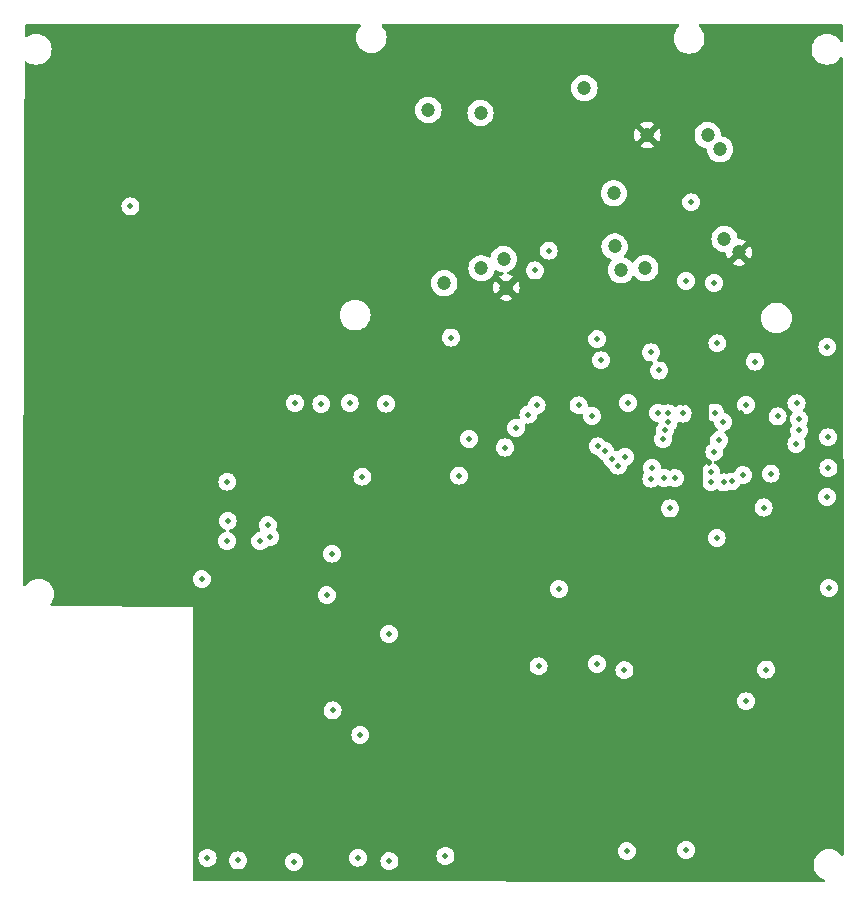
<source format=gbr>
%TF.GenerationSoftware,KiCad,Pcbnew,7.0.10-7.0.10~ubuntu22.04.1*%
%TF.CreationDate,2024-03-30T17:15:14+01:00*%
%TF.ProjectId,test_fixture,74657374-5f66-4697-9874-7572652e6b69,rev?*%
%TF.SameCoordinates,Original*%
%TF.FileFunction,Copper,L3,Inr*%
%TF.FilePolarity,Positive*%
%FSLAX46Y46*%
G04 Gerber Fmt 4.6, Leading zero omitted, Abs format (unit mm)*
G04 Created by KiCad (PCBNEW 7.0.10-7.0.10~ubuntu22.04.1) date 2024-03-30 17:15:14*
%MOMM*%
%LPD*%
G01*
G04 APERTURE LIST*
%TA.AperFunction,ComponentPad*%
%ADD10C,1.200000*%
%TD*%
%TA.AperFunction,ViaPad*%
%ADD11C,0.500000*%
%TD*%
%TA.AperFunction,Conductor*%
%ADD12C,0.400000*%
%TD*%
G04 APERTURE END LIST*
D10*
%TO.N,/I2C_DATA_1.8*%
%TO.C,POGO12*%
X117330886Y-76558500D03*
%TD*%
%TO.N,SWDCLK_1.8*%
%TO.C,POGO21*%
X123706286Y-89182300D03*
%TD*%
%TO.N,GND*%
%TO.C,POGO14*%
X123934886Y-91595300D03*
%TD*%
%TO.N,I2C_CLK_1.8*%
%TO.C,POGO11*%
X121750486Y-76812500D03*
%TD*%
%TO.N,GND*%
%TO.C,POGO3*%
X135872886Y-78692100D03*
%TD*%
%TO.N,/BUTTON*%
%TO.C,POGO7*%
X133100000Y-88120000D03*
%TD*%
%TO.N,SWDIO_1.8*%
%TO.C,POGO22*%
X121826686Y-89969700D03*
%TD*%
%TO.N,FF_CLK_1.8*%
%TO.C,POGO10*%
X133028086Y-83619700D03*
%TD*%
%TO.N,UART_RX_1.8*%
%TO.C,POGO1*%
X140978286Y-78692100D03*
%TD*%
%TO.N,VDD*%
%TO.C,POGO19*%
X142400686Y-87480500D03*
%TD*%
%TO.N,/UART_TX_TO_MCU_1.8*%
%TO.C,POGO5*%
X142019686Y-79885900D03*
%TD*%
%TO.N,VREF_IN_1.8*%
%TO.C,POGO2*%
X118677086Y-91214300D03*
%TD*%
%TO.N,+1.8V*%
%TO.C,POGO16*%
X130538886Y-74704300D03*
%TD*%
%TO.N,FF_Q_1.8*%
%TO.C,POGO15*%
X135695086Y-89944300D03*
%TD*%
%TO.N,FF_D_1.8*%
%TO.C,POGO8*%
X133637686Y-90122100D03*
%TD*%
%TO.N,GND*%
%TO.C,POGO6*%
X143645286Y-88623500D03*
%TD*%
D11*
%TO.N,GND*%
X91360000Y-114060000D03*
X135640000Y-99590000D03*
X93880000Y-113900000D03*
X128400000Y-104840000D03*
X90830000Y-80330000D03*
X88400000Y-111720000D03*
X88460000Y-106330000D03*
X91330000Y-111650000D03*
X100800000Y-99760000D03*
X119709859Y-115292045D03*
X89020000Y-98280000D03*
X143840000Y-102260000D03*
X143640000Y-90370000D03*
X144130000Y-106350000D03*
X131940000Y-101370000D03*
X93820000Y-109050000D03*
X141100000Y-106470000D03*
X88320000Y-113920000D03*
X103650000Y-120760000D03*
X141890000Y-120830000D03*
X100370000Y-109780000D03*
X104380000Y-109840000D03*
X129020000Y-121010000D03*
X104550000Y-116270000D03*
X135760000Y-105730000D03*
X146460000Y-106290000D03*
X91340000Y-86960000D03*
X88420000Y-109030000D03*
X93740000Y-106360000D03*
X103360000Y-109700000D03*
X145890000Y-99730000D03*
X138880000Y-101390000D03*
X140810000Y-99540000D03*
X101920000Y-100970000D03*
X141620000Y-139940000D03*
X91300000Y-109080000D03*
X116270000Y-139960000D03*
X101850000Y-94550000D03*
X91300000Y-106340000D03*
X103620000Y-140240000D03*
X93830000Y-111690000D03*
X129090000Y-140260000D03*
X149560000Y-113220000D03*
X139330000Y-106440000D03*
X144680000Y-111630000D03*
X127320000Y-106790000D03*
X133490000Y-102060000D03*
X146380000Y-130550000D03*
X128523099Y-99170337D03*
%TO.N,+3.3V*%
X145710000Y-110220000D03*
X138860000Y-102260000D03*
X144230000Y-101530000D03*
X108730000Y-117640000D03*
X134230000Y-101350000D03*
X133980000Y-105920000D03*
X126500000Y-101560000D03*
%TO.N,+5V*%
X100280000Y-113050000D03*
X103740000Y-111720000D03*
X98150000Y-116290000D03*
X103100000Y-113070000D03*
X103920000Y-112720000D03*
X100340000Y-111340000D03*
%TO.N,VDD*%
X108270000Y-101450000D03*
X110670000Y-101380000D03*
X106030000Y-101400000D03*
X119910000Y-107520000D03*
X151070000Y-109310000D03*
X100310000Y-108030000D03*
X113740000Y-101430000D03*
%TO.N,+1.8V*%
X146900000Y-102510000D03*
X141600000Y-102180000D03*
X136760000Y-102200000D03*
X130050000Y-101570000D03*
%TO.N,BUTTON_CTRL*%
X118780000Y-139720000D03*
X128400000Y-117130000D03*
%TO.N,SENSE_3.3V*%
X131950000Y-97760000D03*
X113974533Y-120921558D03*
X120780000Y-104410000D03*
%TO.N,BUTTON_DIVIDED*%
X142300000Y-102980000D03*
X141740000Y-112790000D03*
%TO.N,/RP2040 and Shifters/OE_CTRL*%
X146310000Y-107350000D03*
X136270000Y-106860000D03*
X141240000Y-107190000D03*
%TO.N,Net-(U1-GP13)*%
X137780000Y-110300000D03*
X139160000Y-139210000D03*
%TO.N,/RP2040 and Shifters/BUTTON_INPUT_SENSED*%
X114030000Y-140170000D03*
X136210000Y-107780000D03*
%TO.N,/UART_TX_TO_MCU_1.8*%
X123810000Y-105140000D03*
X136190000Y-97090000D03*
X109180000Y-114130000D03*
%TO.N,FF_CLK_1.8*%
X141950000Y-104520000D03*
X139590000Y-84380000D03*
X151200000Y-106870000D03*
%TO.N,FF_D_1.8*%
X141550000Y-105500000D03*
X139140000Y-91030000D03*
X151230000Y-117040000D03*
%TO.N,I2C_CLK_1.8*%
X151110000Y-96610000D03*
X148490000Y-104820000D03*
X151171745Y-104279824D03*
%TO.N,SWDIO_1.8*%
X131180000Y-102450000D03*
%TO.N,SWDCLK_1.8*%
X137610000Y-102250000D03*
%TO.N,UART_RX_1.8*%
X137660000Y-103000000D03*
%TO.N,UART_TX_1.8*%
X111750000Y-107600000D03*
X137390000Y-103670000D03*
%TO.N,/RP2040 and Shifters/UART_RX*%
X132310000Y-105460000D03*
X98630000Y-139880000D03*
X119240000Y-95830000D03*
X125800000Y-102350000D03*
%TO.N,/RP2040 and Shifters/UART_TX*%
X136850000Y-98620000D03*
X132856500Y-106100000D03*
X127510000Y-88470000D03*
X101210000Y-140100000D03*
%TO.N,/RP2040 and Shifters/RESET*%
X133370000Y-106676500D03*
X105976904Y-140220043D03*
%TO.N,/RP2040 and Shifters/SWDCLK*%
X131670000Y-105040000D03*
X111570000Y-129460000D03*
%TO.N,/RP2040 and Shifters/PDM_CLK*%
X143020000Y-108010000D03*
X134130000Y-139320000D03*
%TO.N,/RP2040 and Shifters/FF_Q*%
X141230000Y-108050000D03*
X126660000Y-123670000D03*
%TO.N,/RP2040 and Shifters/FF_D*%
X131590000Y-123460000D03*
X138210000Y-107740000D03*
%TO.N,/RP2040 and Shifters/FF_CLK*%
X137290000Y-107703500D03*
X133930000Y-123990000D03*
%TO.N,/RP2040 and Shifters/I2C_CLK*%
X144230000Y-126630000D03*
X143980000Y-107490000D03*
%TO.N,/RP2040 and Shifters/VREF_IN*%
X145930000Y-123940000D03*
X142324935Y-108092993D03*
%TO.N,RESET_1.8*%
X137189719Y-104440016D03*
%TO.N,PDM_CLK_1.8*%
X148720000Y-103700000D03*
%TO.N,VREF_IN_1.8*%
X141800000Y-96320000D03*
X126340000Y-90150000D03*
X92110000Y-84730000D03*
X148720000Y-102760000D03*
X131620000Y-95970000D03*
%TO.N,FF_Q_1.8*%
X141530000Y-91210000D03*
X148500000Y-101400000D03*
X144990000Y-97860000D03*
%TO.N,/RP2040 and Shifters/SWDIO*%
X111380000Y-139870000D03*
X109220000Y-127400000D03*
X124750000Y-103470000D03*
%TD*%
D12*
%TO.N,GND*%
X135140000Y-105110000D02*
X135140000Y-101750000D01*
X135370000Y-105340000D02*
X135140000Y-105110000D01*
X144670000Y-125300000D02*
X144670000Y-108860000D01*
X144520000Y-125150000D02*
X144670000Y-125300000D01*
X140450000Y-125150000D02*
X144520000Y-125150000D01*
X140810000Y-104110000D02*
X140350000Y-104570000D01*
X145320000Y-108210000D02*
X145320000Y-100300000D01*
X144670000Y-108860000D02*
X145320000Y-108210000D01*
X145320000Y-100300000D02*
X145890000Y-99730000D01*
X140810000Y-99540000D02*
X140810000Y-104110000D01*
X135170000Y-105540000D02*
X135170000Y-127680000D01*
X140350000Y-104570000D02*
X140350000Y-125050000D01*
X135760000Y-105730000D02*
X135370000Y-105340000D01*
X135140000Y-101750000D02*
X135640000Y-101250000D01*
X140350000Y-125050000D02*
X140450000Y-125150000D01*
X135640000Y-101250000D02*
X135640000Y-99590000D01*
%TD*%
%TA.AperFunction,Conductor*%
%TO.N,GND*%
G36*
X111553394Y-69311352D02*
G01*
X111599887Y-69365008D01*
X111609991Y-69435282D01*
X111580497Y-69499862D01*
X111574368Y-69506445D01*
X111499957Y-69580855D01*
X111499948Y-69580865D01*
X111369433Y-69767262D01*
X111273262Y-69973501D01*
X111273260Y-69973506D01*
X111214365Y-70193304D01*
X111194532Y-70420000D01*
X111214365Y-70646695D01*
X111273260Y-70866493D01*
X111273262Y-70866498D01*
X111369433Y-71072737D01*
X111499948Y-71259134D01*
X111499957Y-71259144D01*
X111660855Y-71420042D01*
X111660865Y-71420051D01*
X111847262Y-71550566D01*
X111847261Y-71550566D01*
X111920580Y-71584755D01*
X112053504Y-71646739D01*
X112273308Y-71705635D01*
X112443216Y-71720500D01*
X112443223Y-71720500D01*
X112556777Y-71720500D01*
X112556784Y-71720500D01*
X112726692Y-71705635D01*
X112946496Y-71646739D01*
X113152734Y-71550568D01*
X113239175Y-71490042D01*
X113339134Y-71420051D01*
X113339136Y-71420048D01*
X113339139Y-71420047D01*
X113500047Y-71259139D01*
X113630568Y-71072734D01*
X113726739Y-70866496D01*
X113785635Y-70646692D01*
X113805468Y-70420000D01*
X113785635Y-70193308D01*
X113726739Y-69973504D01*
X113630568Y-69767266D01*
X113630567Y-69767265D01*
X113630566Y-69767262D01*
X113500051Y-69580865D01*
X113500042Y-69580855D01*
X113425632Y-69506445D01*
X113391606Y-69444133D01*
X113396671Y-69373318D01*
X113439218Y-69316482D01*
X113505738Y-69291671D01*
X113514727Y-69291350D01*
X138455273Y-69291350D01*
X138523394Y-69311352D01*
X138569887Y-69365008D01*
X138579991Y-69435282D01*
X138550497Y-69499862D01*
X138544368Y-69506445D01*
X138399957Y-69650855D01*
X138399948Y-69650865D01*
X138269433Y-69837262D01*
X138173262Y-70043501D01*
X138173260Y-70043506D01*
X138114365Y-70263304D01*
X138094532Y-70490000D01*
X138114365Y-70716695D01*
X138173260Y-70936493D01*
X138173262Y-70936498D01*
X138269433Y-71142737D01*
X138399948Y-71329134D01*
X138399957Y-71329144D01*
X138560855Y-71490042D01*
X138560865Y-71490051D01*
X138747262Y-71620566D01*
X138747261Y-71620566D01*
X138813582Y-71651492D01*
X138953504Y-71716739D01*
X139173308Y-71775635D01*
X139343216Y-71790500D01*
X139343223Y-71790500D01*
X139456777Y-71790500D01*
X139456784Y-71790500D01*
X139626692Y-71775635D01*
X139846496Y-71716739D01*
X140052734Y-71620568D01*
X140052737Y-71620566D01*
X140239134Y-71490051D01*
X140239136Y-71490048D01*
X140239139Y-71490047D01*
X140400047Y-71329139D01*
X140530568Y-71142734D01*
X140626739Y-70936496D01*
X140685635Y-70716692D01*
X140705468Y-70490000D01*
X140685635Y-70263308D01*
X140626739Y-70043504D01*
X140530568Y-69837266D01*
X140530567Y-69837265D01*
X140530566Y-69837262D01*
X140400051Y-69650865D01*
X140400042Y-69650855D01*
X140255632Y-69506445D01*
X140221606Y-69444133D01*
X140226671Y-69373318D01*
X140269218Y-69316482D01*
X140335738Y-69291671D01*
X140344727Y-69291350D01*
X152297313Y-69291350D01*
X152365434Y-69311352D01*
X152411927Y-69365008D01*
X152423313Y-69417218D01*
X152424636Y-70679176D01*
X152404705Y-70747318D01*
X152351098Y-70793867D01*
X152280835Y-70804044D01*
X152216223Y-70774619D01*
X152195423Y-70751578D01*
X152079251Y-70585665D01*
X152079242Y-70585655D01*
X151918344Y-70424757D01*
X151918334Y-70424748D01*
X151731937Y-70294233D01*
X151731938Y-70294233D01*
X151525698Y-70198062D01*
X151525693Y-70198060D01*
X151305895Y-70139165D01*
X151254919Y-70134705D01*
X151135984Y-70124300D01*
X151022416Y-70124300D01*
X150914292Y-70133759D01*
X150852504Y-70139165D01*
X150632706Y-70198060D01*
X150632701Y-70198062D01*
X150426462Y-70294233D01*
X150240065Y-70424748D01*
X150240055Y-70424757D01*
X150079157Y-70585655D01*
X150079148Y-70585665D01*
X149948633Y-70772062D01*
X149852462Y-70978301D01*
X149852460Y-70978306D01*
X149793565Y-71198104D01*
X149773732Y-71424800D01*
X149793565Y-71651495D01*
X149852460Y-71871293D01*
X149852462Y-71871298D01*
X149948633Y-72077537D01*
X150079148Y-72263934D01*
X150079157Y-72263944D01*
X150240055Y-72424842D01*
X150240065Y-72424851D01*
X150426462Y-72555366D01*
X150426461Y-72555366D01*
X150456922Y-72569570D01*
X150632704Y-72651539D01*
X150852508Y-72710435D01*
X151022416Y-72725300D01*
X151022423Y-72725300D01*
X151135977Y-72725300D01*
X151135984Y-72725300D01*
X151305892Y-72710435D01*
X151525696Y-72651539D01*
X151731934Y-72555368D01*
X151731937Y-72555366D01*
X151918334Y-72424851D01*
X151918336Y-72424848D01*
X151918339Y-72424847D01*
X152079247Y-72263939D01*
X152196986Y-72095787D01*
X152252441Y-72051461D01*
X152323060Y-72044152D01*
X152386421Y-72076182D01*
X152422407Y-72137383D01*
X152426198Y-72167928D01*
X152496903Y-139573655D01*
X152476972Y-139641797D01*
X152423365Y-139688346D01*
X152353102Y-139698523D01*
X152288490Y-139669098D01*
X152267689Y-139646057D01*
X152264706Y-139641797D01*
X152250047Y-139620861D01*
X152250044Y-139620858D01*
X152250042Y-139620855D01*
X152089144Y-139459957D01*
X152089134Y-139459948D01*
X151902737Y-139329433D01*
X151902738Y-139329433D01*
X151696498Y-139233262D01*
X151696493Y-139233260D01*
X151476695Y-139174365D01*
X151425719Y-139169905D01*
X151306784Y-139159500D01*
X151193216Y-139159500D01*
X151085092Y-139168959D01*
X151023304Y-139174365D01*
X150803506Y-139233260D01*
X150803501Y-139233262D01*
X150597262Y-139329433D01*
X150410865Y-139459948D01*
X150410855Y-139459957D01*
X150249957Y-139620855D01*
X150249948Y-139620865D01*
X150119433Y-139807262D01*
X150023262Y-140013501D01*
X150023260Y-140013506D01*
X149964365Y-140233304D01*
X149944532Y-140460000D01*
X149964365Y-140686695D01*
X150023260Y-140906493D01*
X150023262Y-140906498D01*
X150119433Y-141112737D01*
X150249948Y-141299134D01*
X150249957Y-141299144D01*
X150410855Y-141460042D01*
X150410865Y-141460051D01*
X150597262Y-141590566D01*
X150597261Y-141590566D01*
X150803506Y-141686740D01*
X150808477Y-141688549D01*
X150865650Y-141730640D01*
X150890991Y-141796960D01*
X150876454Y-141866453D01*
X150826654Y-141917054D01*
X150765214Y-141932952D01*
X97507207Y-141859323D01*
X97439114Y-141839227D01*
X97392695Y-141785507D01*
X97381381Y-141733323D01*
X97381381Y-139880000D01*
X97866701Y-139880000D01*
X97885837Y-140049848D01*
X97942290Y-140211182D01*
X97956193Y-140233308D01*
X98026947Y-140345912D01*
X98033231Y-140355912D01*
X98154087Y-140476768D01*
X98154089Y-140476769D01*
X98154091Y-140476771D01*
X98298817Y-140567709D01*
X98460150Y-140624162D01*
X98460149Y-140624162D01*
X98477348Y-140626099D01*
X98630000Y-140643299D01*
X98799850Y-140624162D01*
X98961183Y-140567709D01*
X99105909Y-140476771D01*
X99226771Y-140355909D01*
X99317709Y-140211183D01*
X99356614Y-140100000D01*
X100446701Y-140100000D01*
X100465837Y-140269848D01*
X100522290Y-140431182D01*
X100613231Y-140575912D01*
X100734087Y-140696768D01*
X100734089Y-140696769D01*
X100734091Y-140696771D01*
X100878817Y-140787709D01*
X101040150Y-140844162D01*
X101040149Y-140844162D01*
X101057348Y-140846099D01*
X101210000Y-140863299D01*
X101379850Y-140844162D01*
X101541183Y-140787709D01*
X101685909Y-140696771D01*
X101806771Y-140575909D01*
X101897709Y-140431183D01*
X101954162Y-140269850D01*
X101959774Y-140220043D01*
X105213605Y-140220043D01*
X105232741Y-140389891D01*
X105289194Y-140551225D01*
X105380135Y-140695955D01*
X105500991Y-140816811D01*
X105500993Y-140816812D01*
X105500995Y-140816814D01*
X105645721Y-140907752D01*
X105807054Y-140964205D01*
X105807053Y-140964205D01*
X105824252Y-140966142D01*
X105976904Y-140983342D01*
X106146754Y-140964205D01*
X106308087Y-140907752D01*
X106452813Y-140816814D01*
X106573675Y-140695952D01*
X106664613Y-140551226D01*
X106721066Y-140389893D01*
X106740203Y-140220043D01*
X106721066Y-140050193D01*
X106664613Y-139888860D01*
X106652762Y-139870000D01*
X110616701Y-139870000D01*
X110635837Y-140039848D01*
X110692290Y-140201182D01*
X110783231Y-140345912D01*
X110904087Y-140466768D01*
X110904089Y-140466769D01*
X110904091Y-140466771D01*
X111048817Y-140557709D01*
X111210150Y-140614162D01*
X111210149Y-140614162D01*
X111227348Y-140616099D01*
X111380000Y-140633299D01*
X111549850Y-140614162D01*
X111711183Y-140557709D01*
X111855909Y-140466771D01*
X111976771Y-140345909D01*
X112067709Y-140201183D01*
X112078620Y-140170000D01*
X113266701Y-140170000D01*
X113285837Y-140339848D01*
X113342290Y-140501182D01*
X113433231Y-140645912D01*
X113554087Y-140766768D01*
X113554089Y-140766769D01*
X113554091Y-140766771D01*
X113698817Y-140857709D01*
X113860150Y-140914162D01*
X113860149Y-140914162D01*
X113877348Y-140916099D01*
X114030000Y-140933299D01*
X114199850Y-140914162D01*
X114361183Y-140857709D01*
X114505909Y-140766771D01*
X114626771Y-140645909D01*
X114717709Y-140501183D01*
X114774162Y-140339850D01*
X114793299Y-140170000D01*
X114774162Y-140000150D01*
X114717709Y-139838817D01*
X114643051Y-139720000D01*
X118016701Y-139720000D01*
X118035837Y-139889848D01*
X118092290Y-140051182D01*
X118183231Y-140195912D01*
X118304087Y-140316768D01*
X118304089Y-140316769D01*
X118304091Y-140316771D01*
X118448817Y-140407709D01*
X118610150Y-140464162D01*
X118610149Y-140464162D01*
X118627348Y-140466099D01*
X118780000Y-140483299D01*
X118949850Y-140464162D01*
X119111183Y-140407709D01*
X119255909Y-140316771D01*
X119376771Y-140195909D01*
X119467709Y-140051183D01*
X119524162Y-139889850D01*
X119543299Y-139720000D01*
X119524162Y-139550150D01*
X119467709Y-139388817D01*
X119424467Y-139319999D01*
X133366701Y-139319999D01*
X133385837Y-139489848D01*
X133442290Y-139651182D01*
X133533231Y-139795912D01*
X133654087Y-139916768D01*
X133654089Y-139916769D01*
X133654091Y-139916771D01*
X133798817Y-140007709D01*
X133960150Y-140064162D01*
X133960149Y-140064162D01*
X133977348Y-140066099D01*
X134130000Y-140083299D01*
X134299850Y-140064162D01*
X134461183Y-140007709D01*
X134605909Y-139916771D01*
X134726771Y-139795909D01*
X134817709Y-139651183D01*
X134874162Y-139489850D01*
X134893299Y-139320000D01*
X134880905Y-139210000D01*
X138396701Y-139210000D01*
X138415837Y-139379848D01*
X138472290Y-139541182D01*
X138563231Y-139685912D01*
X138684087Y-139806768D01*
X138684089Y-139806769D01*
X138684091Y-139806771D01*
X138828817Y-139897709D01*
X138990150Y-139954162D01*
X138990149Y-139954162D01*
X139007348Y-139956099D01*
X139160000Y-139973299D01*
X139329850Y-139954162D01*
X139491183Y-139897709D01*
X139635909Y-139806771D01*
X139756771Y-139685909D01*
X139847709Y-139541183D01*
X139904162Y-139379850D01*
X139923299Y-139210000D01*
X139904162Y-139040150D01*
X139847709Y-138878817D01*
X139756771Y-138734091D01*
X139756769Y-138734089D01*
X139756768Y-138734087D01*
X139635912Y-138613231D01*
X139491182Y-138522290D01*
X139391270Y-138487330D01*
X139329850Y-138465838D01*
X139329848Y-138465837D01*
X139329850Y-138465837D01*
X139160000Y-138446701D01*
X138990151Y-138465837D01*
X138828817Y-138522290D01*
X138684087Y-138613231D01*
X138563231Y-138734087D01*
X138472290Y-138878817D01*
X138415837Y-139040151D01*
X138396701Y-139210000D01*
X134880905Y-139210000D01*
X134874162Y-139150150D01*
X134817709Y-138988817D01*
X134726771Y-138844091D01*
X134726769Y-138844089D01*
X134726768Y-138844087D01*
X134605912Y-138723231D01*
X134461182Y-138632290D01*
X134361270Y-138597330D01*
X134299850Y-138575838D01*
X134299848Y-138575837D01*
X134299850Y-138575837D01*
X134130000Y-138556701D01*
X133960151Y-138575837D01*
X133798817Y-138632290D01*
X133654087Y-138723231D01*
X133533231Y-138844087D01*
X133442290Y-138988817D01*
X133385837Y-139150151D01*
X133366701Y-139319999D01*
X119424467Y-139319999D01*
X119376771Y-139244091D01*
X119376769Y-139244089D01*
X119376768Y-139244087D01*
X119255912Y-139123231D01*
X119111182Y-139032290D01*
X119011270Y-138997330D01*
X118949850Y-138975838D01*
X118949848Y-138975837D01*
X118949850Y-138975837D01*
X118780000Y-138956701D01*
X118610151Y-138975837D01*
X118448817Y-139032290D01*
X118304087Y-139123231D01*
X118183231Y-139244087D01*
X118092290Y-139388817D01*
X118035837Y-139550151D01*
X118016701Y-139720000D01*
X114643051Y-139720000D01*
X114626771Y-139694091D01*
X114626769Y-139694089D01*
X114626768Y-139694087D01*
X114505912Y-139573231D01*
X114361182Y-139482290D01*
X114261270Y-139447330D01*
X114199850Y-139425838D01*
X114199848Y-139425837D01*
X114199850Y-139425837D01*
X114030000Y-139406701D01*
X113860151Y-139425837D01*
X113698817Y-139482290D01*
X113554087Y-139573231D01*
X113433231Y-139694087D01*
X113342290Y-139838817D01*
X113285837Y-140000151D01*
X113266701Y-140170000D01*
X112078620Y-140170000D01*
X112124162Y-140039850D01*
X112143299Y-139870000D01*
X112124162Y-139700150D01*
X112067709Y-139538817D01*
X111976771Y-139394091D01*
X111976769Y-139394089D01*
X111976768Y-139394087D01*
X111855912Y-139273231D01*
X111711182Y-139182290D01*
X111578425Y-139135837D01*
X111549850Y-139125838D01*
X111549848Y-139125837D01*
X111549850Y-139125837D01*
X111380000Y-139106701D01*
X111210151Y-139125837D01*
X111048817Y-139182290D01*
X110904087Y-139273231D01*
X110783231Y-139394087D01*
X110692290Y-139538817D01*
X110635837Y-139700151D01*
X110616701Y-139870000D01*
X106652762Y-139870000D01*
X106573675Y-139744134D01*
X106573673Y-139744132D01*
X106573672Y-139744130D01*
X106452816Y-139623274D01*
X106308086Y-139532333D01*
X106186669Y-139489848D01*
X106146754Y-139475881D01*
X106146752Y-139475880D01*
X106146754Y-139475880D01*
X105976904Y-139456744D01*
X105807055Y-139475880D01*
X105645721Y-139532333D01*
X105500991Y-139623274D01*
X105380135Y-139744130D01*
X105289194Y-139888860D01*
X105232741Y-140050194D01*
X105213605Y-140220043D01*
X101959774Y-140220043D01*
X101973299Y-140100000D01*
X101954162Y-139930150D01*
X101897709Y-139768817D01*
X101806771Y-139624091D01*
X101806769Y-139624089D01*
X101806768Y-139624087D01*
X101685912Y-139503231D01*
X101541182Y-139412290D01*
X101441270Y-139377330D01*
X101379850Y-139355838D01*
X101379848Y-139355837D01*
X101379850Y-139355837D01*
X101210000Y-139336701D01*
X101040151Y-139355837D01*
X100878817Y-139412290D01*
X100734087Y-139503231D01*
X100613231Y-139624087D01*
X100522290Y-139768817D01*
X100465837Y-139930151D01*
X100446701Y-140100000D01*
X99356614Y-140100000D01*
X99374162Y-140049850D01*
X99393299Y-139880000D01*
X99374162Y-139710150D01*
X99317709Y-139548817D01*
X99226771Y-139404091D01*
X99226769Y-139404089D01*
X99226768Y-139404087D01*
X99105912Y-139283231D01*
X98961182Y-139192290D01*
X98840751Y-139150150D01*
X98799850Y-139135838D01*
X98799848Y-139135837D01*
X98799850Y-139135837D01*
X98630000Y-139116701D01*
X98460151Y-139135837D01*
X98298817Y-139192290D01*
X98154087Y-139283231D01*
X98033231Y-139404087D01*
X97942290Y-139548817D01*
X97885837Y-139710151D01*
X97866701Y-139880000D01*
X97381381Y-139880000D01*
X97381381Y-129460000D01*
X110806701Y-129460000D01*
X110825837Y-129629848D01*
X110882290Y-129791182D01*
X110973231Y-129935912D01*
X111094087Y-130056768D01*
X111094089Y-130056769D01*
X111094091Y-130056771D01*
X111238817Y-130147709D01*
X111400150Y-130204162D01*
X111400149Y-130204162D01*
X111417348Y-130206099D01*
X111570000Y-130223299D01*
X111739850Y-130204162D01*
X111901183Y-130147709D01*
X112045909Y-130056771D01*
X112166771Y-129935909D01*
X112257709Y-129791183D01*
X112314162Y-129629850D01*
X112333299Y-129460000D01*
X112314162Y-129290150D01*
X112257709Y-129128817D01*
X112166771Y-128984091D01*
X112166769Y-128984089D01*
X112166768Y-128984087D01*
X112045912Y-128863231D01*
X111901182Y-128772290D01*
X111801270Y-128737330D01*
X111739850Y-128715838D01*
X111739848Y-128715837D01*
X111739850Y-128715837D01*
X111570000Y-128696701D01*
X111400151Y-128715837D01*
X111238817Y-128772290D01*
X111094087Y-128863231D01*
X110973231Y-128984087D01*
X110882290Y-129128817D01*
X110825837Y-129290151D01*
X110806701Y-129460000D01*
X97381381Y-129460000D01*
X97381381Y-127400000D01*
X108456701Y-127400000D01*
X108475837Y-127569848D01*
X108532290Y-127731182D01*
X108623231Y-127875912D01*
X108744087Y-127996768D01*
X108744089Y-127996769D01*
X108744091Y-127996771D01*
X108888817Y-128087709D01*
X109050150Y-128144162D01*
X109050149Y-128144162D01*
X109067348Y-128146099D01*
X109220000Y-128163299D01*
X109389850Y-128144162D01*
X109551183Y-128087709D01*
X109695909Y-127996771D01*
X109816771Y-127875909D01*
X109907709Y-127731183D01*
X109964162Y-127569850D01*
X109983299Y-127400000D01*
X109964162Y-127230150D01*
X109907709Y-127068817D01*
X109816771Y-126924091D01*
X109816769Y-126924089D01*
X109816768Y-126924087D01*
X109695912Y-126803231D01*
X109551182Y-126712290D01*
X109451270Y-126677330D01*
X109389850Y-126655838D01*
X109389848Y-126655837D01*
X109389850Y-126655837D01*
X109220000Y-126636701D01*
X109050151Y-126655837D01*
X108888817Y-126712290D01*
X108744087Y-126803231D01*
X108623231Y-126924087D01*
X108532290Y-127068817D01*
X108475837Y-127230151D01*
X108456701Y-127400000D01*
X97381381Y-127400000D01*
X97381381Y-126630000D01*
X143466701Y-126630000D01*
X143485837Y-126799848D01*
X143542290Y-126961182D01*
X143633231Y-127105912D01*
X143754087Y-127226768D01*
X143754089Y-127226769D01*
X143754091Y-127226771D01*
X143898817Y-127317709D01*
X144060150Y-127374162D01*
X144060149Y-127374162D01*
X144077348Y-127376099D01*
X144230000Y-127393299D01*
X144399850Y-127374162D01*
X144561183Y-127317709D01*
X144705909Y-127226771D01*
X144826771Y-127105909D01*
X144917709Y-126961183D01*
X144974162Y-126799850D01*
X144993299Y-126630000D01*
X144974162Y-126460150D01*
X144917709Y-126298817D01*
X144826771Y-126154091D01*
X144826769Y-126154089D01*
X144826768Y-126154087D01*
X144705912Y-126033231D01*
X144561182Y-125942290D01*
X144461270Y-125907330D01*
X144399850Y-125885838D01*
X144399848Y-125885837D01*
X144399850Y-125885837D01*
X144230000Y-125866701D01*
X144060151Y-125885837D01*
X143898817Y-125942290D01*
X143754087Y-126033231D01*
X143633231Y-126154087D01*
X143542290Y-126298817D01*
X143485837Y-126460151D01*
X143466701Y-126630000D01*
X97381381Y-126630000D01*
X97381381Y-123670000D01*
X125896701Y-123670000D01*
X125915837Y-123839848D01*
X125972290Y-124001182D01*
X126063231Y-124145912D01*
X126184087Y-124266768D01*
X126184089Y-124266769D01*
X126184091Y-124266771D01*
X126328817Y-124357709D01*
X126490150Y-124414162D01*
X126490149Y-124414162D01*
X126505655Y-124415909D01*
X126660000Y-124433299D01*
X126829850Y-124414162D01*
X126991183Y-124357709D01*
X127135909Y-124266771D01*
X127256771Y-124145909D01*
X127347709Y-124001183D01*
X127404162Y-123839850D01*
X127423299Y-123670000D01*
X127404162Y-123500150D01*
X127390113Y-123460000D01*
X130826701Y-123460000D01*
X130845837Y-123629848D01*
X130902290Y-123791182D01*
X130993231Y-123935912D01*
X131114087Y-124056768D01*
X131114089Y-124056769D01*
X131114091Y-124056771D01*
X131258817Y-124147709D01*
X131420150Y-124204162D01*
X131420149Y-124204162D01*
X131437348Y-124206099D01*
X131590000Y-124223299D01*
X131759850Y-124204162D01*
X131921183Y-124147709D01*
X132065909Y-124056771D01*
X132132680Y-123990000D01*
X133166701Y-123990000D01*
X133185837Y-124159848D01*
X133242290Y-124321182D01*
X133333231Y-124465912D01*
X133454087Y-124586768D01*
X133454089Y-124586769D01*
X133454091Y-124586771D01*
X133598817Y-124677709D01*
X133760150Y-124734162D01*
X133760149Y-124734162D01*
X133777348Y-124736099D01*
X133930000Y-124753299D01*
X134099850Y-124734162D01*
X134261183Y-124677709D01*
X134405909Y-124586771D01*
X134526771Y-124465909D01*
X134617709Y-124321183D01*
X134674162Y-124159850D01*
X134693299Y-123990000D01*
X134687665Y-123940000D01*
X145166701Y-123940000D01*
X145185837Y-124109848D01*
X145225536Y-124223299D01*
X145242291Y-124271183D01*
X145296659Y-124357709D01*
X145333231Y-124415912D01*
X145454087Y-124536768D01*
X145454089Y-124536769D01*
X145454091Y-124536771D01*
X145598817Y-124627709D01*
X145760150Y-124684162D01*
X145760149Y-124684162D01*
X145777348Y-124686099D01*
X145930000Y-124703299D01*
X146099850Y-124684162D01*
X146261183Y-124627709D01*
X146405909Y-124536771D01*
X146526771Y-124415909D01*
X146617709Y-124271183D01*
X146674162Y-124109850D01*
X146693299Y-123940000D01*
X146674162Y-123770150D01*
X146617709Y-123608817D01*
X146526771Y-123464091D01*
X146526769Y-123464089D01*
X146526768Y-123464087D01*
X146405912Y-123343231D01*
X146261182Y-123252290D01*
X146161270Y-123217330D01*
X146099850Y-123195838D01*
X146099848Y-123195837D01*
X146099850Y-123195837D01*
X145930000Y-123176701D01*
X145760151Y-123195837D01*
X145598817Y-123252290D01*
X145454087Y-123343231D01*
X145333231Y-123464087D01*
X145242290Y-123608817D01*
X145185837Y-123770151D01*
X145166701Y-123940000D01*
X134687665Y-123940000D01*
X134674162Y-123820150D01*
X134617709Y-123658817D01*
X134526771Y-123514091D01*
X134526769Y-123514089D01*
X134526768Y-123514087D01*
X134405912Y-123393231D01*
X134261182Y-123302290D01*
X134161270Y-123267330D01*
X134099850Y-123245838D01*
X134099848Y-123245837D01*
X134099850Y-123245837D01*
X133930000Y-123226701D01*
X133760151Y-123245837D01*
X133598817Y-123302290D01*
X133454087Y-123393231D01*
X133333231Y-123514087D01*
X133242290Y-123658817D01*
X133185837Y-123820151D01*
X133166701Y-123990000D01*
X132132680Y-123990000D01*
X132186771Y-123935909D01*
X132277709Y-123791183D01*
X132334162Y-123629850D01*
X132353299Y-123460000D01*
X132334162Y-123290150D01*
X132277709Y-123128817D01*
X132186771Y-122984091D01*
X132186769Y-122984089D01*
X132186768Y-122984087D01*
X132065912Y-122863231D01*
X131921182Y-122772290D01*
X131821270Y-122737330D01*
X131759850Y-122715838D01*
X131759848Y-122715837D01*
X131759850Y-122715837D01*
X131590000Y-122696701D01*
X131420151Y-122715837D01*
X131258817Y-122772290D01*
X131114087Y-122863231D01*
X130993231Y-122984087D01*
X130902290Y-123128817D01*
X130845837Y-123290151D01*
X130826701Y-123460000D01*
X127390113Y-123460000D01*
X127347709Y-123338817D01*
X127256771Y-123194091D01*
X127256769Y-123194089D01*
X127256768Y-123194087D01*
X127135912Y-123073231D01*
X126991182Y-122982290D01*
X126891270Y-122947330D01*
X126829850Y-122925838D01*
X126829848Y-122925837D01*
X126829850Y-122925837D01*
X126660000Y-122906701D01*
X126490151Y-122925837D01*
X126328817Y-122982290D01*
X126184087Y-123073231D01*
X126063231Y-123194087D01*
X125972290Y-123338817D01*
X125915837Y-123500151D01*
X125896701Y-123670000D01*
X97381381Y-123670000D01*
X97381381Y-120921558D01*
X113211234Y-120921558D01*
X113230370Y-121091406D01*
X113286823Y-121252740D01*
X113377764Y-121397470D01*
X113498620Y-121518326D01*
X113498622Y-121518327D01*
X113498624Y-121518329D01*
X113643350Y-121609267D01*
X113804683Y-121665720D01*
X113804682Y-121665720D01*
X113821881Y-121667657D01*
X113974533Y-121684857D01*
X114144383Y-121665720D01*
X114305716Y-121609267D01*
X114450442Y-121518329D01*
X114571304Y-121397467D01*
X114662242Y-121252741D01*
X114718695Y-121091408D01*
X114737832Y-120921558D01*
X114718695Y-120751708D01*
X114662242Y-120590375D01*
X114571304Y-120445649D01*
X114571302Y-120445647D01*
X114571301Y-120445645D01*
X114450445Y-120324789D01*
X114305715Y-120233848D01*
X114205803Y-120198888D01*
X114144383Y-120177396D01*
X114144381Y-120177395D01*
X114144383Y-120177395D01*
X113974533Y-120158259D01*
X113804684Y-120177395D01*
X113643350Y-120233848D01*
X113498620Y-120324789D01*
X113377764Y-120445645D01*
X113286823Y-120590375D01*
X113230370Y-120751709D01*
X113211234Y-120921558D01*
X97381381Y-120921558D01*
X97381381Y-118618149D01*
X85455328Y-118554937D01*
X85387314Y-118534574D01*
X85341107Y-118480673D01*
X85331375Y-118410347D01*
X85352783Y-118356669D01*
X85460566Y-118202737D01*
X85460566Y-118202736D01*
X85460568Y-118202734D01*
X85556739Y-117996496D01*
X85615635Y-117776692D01*
X85627594Y-117640000D01*
X107966701Y-117640000D01*
X107985837Y-117809848D01*
X108042290Y-117971182D01*
X108133231Y-118115912D01*
X108254087Y-118236768D01*
X108254089Y-118236769D01*
X108254091Y-118236771D01*
X108398817Y-118327709D01*
X108560150Y-118384162D01*
X108560149Y-118384162D01*
X108577348Y-118386099D01*
X108730000Y-118403299D01*
X108899850Y-118384162D01*
X109061183Y-118327709D01*
X109205909Y-118236771D01*
X109326771Y-118115909D01*
X109417709Y-117971183D01*
X109474162Y-117809850D01*
X109493299Y-117640000D01*
X109474162Y-117470150D01*
X109417709Y-117308817D01*
X109326771Y-117164091D01*
X109326769Y-117164089D01*
X109326768Y-117164087D01*
X109292681Y-117130000D01*
X127636701Y-117130000D01*
X127655837Y-117299848D01*
X127712290Y-117461182D01*
X127803231Y-117605912D01*
X127924087Y-117726768D01*
X127924089Y-117726769D01*
X127924091Y-117726771D01*
X128068817Y-117817709D01*
X128230150Y-117874162D01*
X128230149Y-117874162D01*
X128247348Y-117876099D01*
X128400000Y-117893299D01*
X128569850Y-117874162D01*
X128731183Y-117817709D01*
X128875909Y-117726771D01*
X128996771Y-117605909D01*
X129087709Y-117461183D01*
X129144162Y-117299850D01*
X129163299Y-117130000D01*
X129153159Y-117040000D01*
X150466701Y-117040000D01*
X150485837Y-117209848D01*
X150542290Y-117371182D01*
X150633231Y-117515912D01*
X150754087Y-117636768D01*
X150754089Y-117636769D01*
X150754091Y-117636771D01*
X150898817Y-117727709D01*
X151060150Y-117784162D01*
X151060149Y-117784162D01*
X151077348Y-117786099D01*
X151230000Y-117803299D01*
X151399850Y-117784162D01*
X151561183Y-117727709D01*
X151705909Y-117636771D01*
X151826771Y-117515909D01*
X151917709Y-117371183D01*
X151974162Y-117209850D01*
X151993299Y-117040000D01*
X151974162Y-116870150D01*
X151917709Y-116708817D01*
X151826771Y-116564091D01*
X151826769Y-116564089D01*
X151826768Y-116564087D01*
X151705912Y-116443231D01*
X151704414Y-116442290D01*
X151668037Y-116419432D01*
X151561182Y-116352290D01*
X151461270Y-116317330D01*
X151399850Y-116295838D01*
X151399848Y-116295837D01*
X151399850Y-116295837D01*
X151230000Y-116276701D01*
X151060151Y-116295837D01*
X150898817Y-116352290D01*
X150754087Y-116443231D01*
X150633231Y-116564087D01*
X150542290Y-116708817D01*
X150485837Y-116870151D01*
X150466701Y-117040000D01*
X129153159Y-117040000D01*
X129144162Y-116960150D01*
X129087709Y-116798817D01*
X128996771Y-116654091D01*
X128996769Y-116654089D01*
X128996768Y-116654087D01*
X128875912Y-116533231D01*
X128731182Y-116442290D01*
X128631270Y-116407330D01*
X128569850Y-116385838D01*
X128569848Y-116385837D01*
X128569850Y-116385837D01*
X128400000Y-116366701D01*
X128230151Y-116385837D01*
X128068817Y-116442290D01*
X127924087Y-116533231D01*
X127803231Y-116654087D01*
X127712290Y-116798817D01*
X127655837Y-116960151D01*
X127636701Y-117130000D01*
X109292681Y-117130000D01*
X109205912Y-117043231D01*
X109061182Y-116952290D01*
X108961270Y-116917330D01*
X108899850Y-116895838D01*
X108899848Y-116895837D01*
X108899850Y-116895837D01*
X108730000Y-116876701D01*
X108560151Y-116895837D01*
X108398817Y-116952290D01*
X108254087Y-117043231D01*
X108133231Y-117164087D01*
X108042290Y-117308817D01*
X107985837Y-117470151D01*
X107966701Y-117640000D01*
X85627594Y-117640000D01*
X85635468Y-117550000D01*
X85615635Y-117323308D01*
X85556739Y-117103504D01*
X85460568Y-116897266D01*
X85460567Y-116897265D01*
X85460566Y-116897262D01*
X85330051Y-116710865D01*
X85330042Y-116710855D01*
X85169144Y-116549957D01*
X85169134Y-116549948D01*
X84982737Y-116419433D01*
X84982738Y-116419433D01*
X84776498Y-116323262D01*
X84776493Y-116323260D01*
X84652366Y-116290000D01*
X97386701Y-116290000D01*
X97405837Y-116459848D01*
X97462290Y-116621182D01*
X97553231Y-116765912D01*
X97674087Y-116886768D01*
X97674089Y-116886769D01*
X97674091Y-116886771D01*
X97818817Y-116977709D01*
X97980150Y-117034162D01*
X97980149Y-117034162D01*
X97997348Y-117036099D01*
X98150000Y-117053299D01*
X98319850Y-117034162D01*
X98481183Y-116977709D01*
X98625909Y-116886771D01*
X98746771Y-116765909D01*
X98837709Y-116621183D01*
X98894162Y-116459850D01*
X98913299Y-116290000D01*
X98894162Y-116120150D01*
X98837709Y-115958817D01*
X98746771Y-115814091D01*
X98746769Y-115814089D01*
X98746768Y-115814087D01*
X98625912Y-115693231D01*
X98481182Y-115602290D01*
X98381270Y-115567330D01*
X98319850Y-115545838D01*
X98319848Y-115545837D01*
X98319850Y-115545837D01*
X98150000Y-115526701D01*
X97980151Y-115545837D01*
X97818817Y-115602290D01*
X97674087Y-115693231D01*
X97553231Y-115814087D01*
X97462290Y-115958817D01*
X97405837Y-116120151D01*
X97386701Y-116290000D01*
X84652366Y-116290000D01*
X84556695Y-116264365D01*
X84505719Y-116259905D01*
X84386784Y-116249500D01*
X84273216Y-116249500D01*
X84165092Y-116258959D01*
X84103304Y-116264365D01*
X83883506Y-116323260D01*
X83883501Y-116323262D01*
X83677262Y-116419433D01*
X83490865Y-116549948D01*
X83490855Y-116549957D01*
X83329952Y-116710860D01*
X83239684Y-116839778D01*
X83184227Y-116884106D01*
X83113607Y-116891415D01*
X83050247Y-116859384D01*
X83014262Y-116798183D01*
X83010472Y-116767125D01*
X83018632Y-114130000D01*
X108416701Y-114130000D01*
X108435837Y-114299848D01*
X108492290Y-114461182D01*
X108583231Y-114605912D01*
X108704087Y-114726768D01*
X108704089Y-114726769D01*
X108704091Y-114726771D01*
X108848817Y-114817709D01*
X109010150Y-114874162D01*
X109010149Y-114874162D01*
X109027348Y-114876099D01*
X109180000Y-114893299D01*
X109349850Y-114874162D01*
X109511183Y-114817709D01*
X109655909Y-114726771D01*
X109776771Y-114605909D01*
X109867709Y-114461183D01*
X109924162Y-114299850D01*
X109943299Y-114130000D01*
X109924162Y-113960150D01*
X109867709Y-113798817D01*
X109776771Y-113654091D01*
X109776769Y-113654089D01*
X109776768Y-113654087D01*
X109655912Y-113533231D01*
X109511182Y-113442290D01*
X109393703Y-113401183D01*
X109349850Y-113385838D01*
X109349848Y-113385837D01*
X109349850Y-113385837D01*
X109180000Y-113366701D01*
X109010151Y-113385837D01*
X108848817Y-113442290D01*
X108704087Y-113533231D01*
X108583231Y-113654087D01*
X108492290Y-113798817D01*
X108435837Y-113960151D01*
X108416701Y-114130000D01*
X83018632Y-114130000D01*
X83021974Y-113050000D01*
X99516701Y-113050000D01*
X99535837Y-113219848D01*
X99592290Y-113381182D01*
X99683231Y-113525912D01*
X99804087Y-113646768D01*
X99804089Y-113646769D01*
X99804091Y-113646771D01*
X99948817Y-113737709D01*
X100110150Y-113794162D01*
X100110149Y-113794162D01*
X100127348Y-113796099D01*
X100280000Y-113813299D01*
X100449850Y-113794162D01*
X100611183Y-113737709D01*
X100755909Y-113646771D01*
X100876771Y-113525909D01*
X100967709Y-113381183D01*
X101024162Y-113219850D01*
X101041046Y-113070000D01*
X102336701Y-113070000D01*
X102355837Y-113239848D01*
X102412290Y-113401182D01*
X102503231Y-113545912D01*
X102624087Y-113666768D01*
X102624089Y-113666769D01*
X102624091Y-113666771D01*
X102768817Y-113757709D01*
X102930150Y-113814162D01*
X102930149Y-113814162D01*
X102947348Y-113816099D01*
X103100000Y-113833299D01*
X103269850Y-113814162D01*
X103431183Y-113757709D01*
X103575909Y-113666771D01*
X103696771Y-113545909D01*
X103706146Y-113530987D01*
X103759318Y-113483950D01*
X103826937Y-113472813D01*
X103920000Y-113483299D01*
X104089850Y-113464162D01*
X104251183Y-113407709D01*
X104395909Y-113316771D01*
X104516771Y-113195909D01*
X104607709Y-113051183D01*
X104664162Y-112889850D01*
X104675412Y-112790000D01*
X140976701Y-112790000D01*
X140995837Y-112959848D01*
X141052290Y-113121182D01*
X141143231Y-113265912D01*
X141264087Y-113386768D01*
X141264089Y-113386769D01*
X141264091Y-113386771D01*
X141408817Y-113477709D01*
X141570150Y-113534162D01*
X141570149Y-113534162D01*
X141587348Y-113536099D01*
X141740000Y-113553299D01*
X141909850Y-113534162D01*
X142071183Y-113477709D01*
X142215909Y-113386771D01*
X142336771Y-113265909D01*
X142427709Y-113121183D01*
X142484162Y-112959850D01*
X142503299Y-112790000D01*
X142484162Y-112620150D01*
X142427709Y-112458817D01*
X142336771Y-112314091D01*
X142336769Y-112314089D01*
X142336768Y-112314087D01*
X142215912Y-112193231D01*
X142071182Y-112102290D01*
X141966292Y-112065588D01*
X141909850Y-112045838D01*
X141909848Y-112045837D01*
X141909850Y-112045837D01*
X141740000Y-112026701D01*
X141570151Y-112045837D01*
X141408817Y-112102290D01*
X141264087Y-112193231D01*
X141143231Y-112314087D01*
X141052290Y-112458817D01*
X140995837Y-112620151D01*
X140976701Y-112790000D01*
X104675412Y-112790000D01*
X104683299Y-112720000D01*
X104664162Y-112550150D01*
X104607709Y-112388817D01*
X104516771Y-112244091D01*
X104516769Y-112244089D01*
X104516768Y-112244087D01*
X104456773Y-112184092D01*
X104422747Y-112121780D01*
X104426939Y-112053381D01*
X104427706Y-112051186D01*
X104427709Y-112051183D01*
X104484162Y-111889850D01*
X104503299Y-111720000D01*
X104484162Y-111550150D01*
X104427709Y-111388817D01*
X104336771Y-111244091D01*
X104336769Y-111244089D01*
X104336768Y-111244087D01*
X104215912Y-111123231D01*
X104071182Y-111032290D01*
X103931169Y-110983298D01*
X103909850Y-110975838D01*
X103909848Y-110975837D01*
X103909850Y-110975837D01*
X103740000Y-110956701D01*
X103570151Y-110975837D01*
X103408817Y-111032290D01*
X103264087Y-111123231D01*
X103143231Y-111244087D01*
X103052290Y-111388817D01*
X102995837Y-111550151D01*
X102976701Y-111720000D01*
X102995837Y-111889848D01*
X103052290Y-112051182D01*
X103052291Y-112051183D01*
X103098695Y-112125034D01*
X103118001Y-112193354D01*
X103097306Y-112261267D01*
X103043180Y-112307211D01*
X103006116Y-112317278D01*
X102930151Y-112325837D01*
X102768817Y-112382290D01*
X102624087Y-112473231D01*
X102503231Y-112594087D01*
X102412290Y-112738817D01*
X102355837Y-112900151D01*
X102336701Y-113070000D01*
X101041046Y-113070000D01*
X101043299Y-113050000D01*
X101024162Y-112880150D01*
X100967709Y-112718817D01*
X100876771Y-112574091D01*
X100876769Y-112574089D01*
X100876768Y-112574087D01*
X100755912Y-112453231D01*
X100611183Y-112362291D01*
X100502929Y-112324411D01*
X100445238Y-112283032D01*
X100419075Y-112217032D01*
X100432749Y-112147365D01*
X100481917Y-112096149D01*
X100503601Y-112087730D01*
X100503171Y-112086499D01*
X100562931Y-112065588D01*
X100671183Y-112027709D01*
X100815909Y-111936771D01*
X100936771Y-111815909D01*
X101027709Y-111671183D01*
X101084162Y-111509850D01*
X101103299Y-111340000D01*
X101084162Y-111170150D01*
X101027709Y-111008817D01*
X100936771Y-110864091D01*
X100936769Y-110864089D01*
X100936768Y-110864087D01*
X100815912Y-110743231D01*
X100671182Y-110652290D01*
X100571270Y-110617330D01*
X100509850Y-110595838D01*
X100509848Y-110595837D01*
X100509850Y-110595837D01*
X100340000Y-110576701D01*
X100170151Y-110595837D01*
X100008817Y-110652290D01*
X99864087Y-110743231D01*
X99743231Y-110864087D01*
X99652290Y-111008817D01*
X99595837Y-111170151D01*
X99576701Y-111340000D01*
X99595837Y-111509848D01*
X99652290Y-111671182D01*
X99743231Y-111815912D01*
X99864087Y-111936768D01*
X99864089Y-111936769D01*
X99864091Y-111936771D01*
X100007213Y-112026701D01*
X100008817Y-112027709D01*
X100117069Y-112065588D01*
X100174761Y-112106966D01*
X100200923Y-112172966D01*
X100187250Y-112242634D01*
X100138083Y-112293850D01*
X100116416Y-112302321D01*
X100116829Y-112303501D01*
X99948817Y-112362290D01*
X99804087Y-112453231D01*
X99683231Y-112574087D01*
X99592290Y-112718817D01*
X99535837Y-112880151D01*
X99516701Y-113050000D01*
X83021974Y-113050000D01*
X83030484Y-110300000D01*
X137016701Y-110300000D01*
X137035837Y-110469848D01*
X137092290Y-110631182D01*
X137183231Y-110775912D01*
X137304087Y-110896768D01*
X137304089Y-110896769D01*
X137304091Y-110896771D01*
X137448817Y-110987709D01*
X137610150Y-111044162D01*
X137610149Y-111044162D01*
X137627348Y-111046099D01*
X137780000Y-111063299D01*
X137949850Y-111044162D01*
X138111183Y-110987709D01*
X138255909Y-110896771D01*
X138376771Y-110775909D01*
X138467709Y-110631183D01*
X138524162Y-110469850D01*
X138543299Y-110300000D01*
X138534285Y-110220000D01*
X144946701Y-110220000D01*
X144965837Y-110389848D01*
X145022290Y-110551182D01*
X145113231Y-110695912D01*
X145234087Y-110816768D01*
X145234089Y-110816769D01*
X145234091Y-110816771D01*
X145378817Y-110907709D01*
X145540150Y-110964162D01*
X145540149Y-110964162D01*
X145557348Y-110966099D01*
X145710000Y-110983299D01*
X145879850Y-110964162D01*
X146041183Y-110907709D01*
X146185909Y-110816771D01*
X146306771Y-110695909D01*
X146397709Y-110551183D01*
X146454162Y-110389850D01*
X146473299Y-110220000D01*
X146454162Y-110050150D01*
X146397709Y-109888817D01*
X146306771Y-109744091D01*
X146306769Y-109744089D01*
X146306768Y-109744087D01*
X146185912Y-109623231D01*
X146041182Y-109532290D01*
X145941270Y-109497330D01*
X145879850Y-109475838D01*
X145879848Y-109475837D01*
X145879850Y-109475837D01*
X145710000Y-109456701D01*
X145540151Y-109475837D01*
X145378817Y-109532290D01*
X145234087Y-109623231D01*
X145113231Y-109744087D01*
X145022290Y-109888817D01*
X144965837Y-110050151D01*
X144946701Y-110220000D01*
X138534285Y-110220000D01*
X138524162Y-110130150D01*
X138467709Y-109968817D01*
X138376771Y-109824091D01*
X138376769Y-109824089D01*
X138376768Y-109824087D01*
X138255912Y-109703231D01*
X138111182Y-109612290D01*
X138011270Y-109577330D01*
X137949850Y-109555838D01*
X137949848Y-109555837D01*
X137949850Y-109555837D01*
X137780000Y-109536701D01*
X137610151Y-109555837D01*
X137448817Y-109612290D01*
X137304087Y-109703231D01*
X137183231Y-109824087D01*
X137092290Y-109968817D01*
X137035837Y-110130151D01*
X137016701Y-110300000D01*
X83030484Y-110300000D01*
X83033547Y-109310000D01*
X150306701Y-109310000D01*
X150325837Y-109479848D01*
X150382290Y-109641182D01*
X150473231Y-109785912D01*
X150594087Y-109906768D01*
X150594089Y-109906769D01*
X150594091Y-109906771D01*
X150738817Y-109997709D01*
X150900150Y-110054162D01*
X150900149Y-110054162D01*
X150917348Y-110056099D01*
X151070000Y-110073299D01*
X151239850Y-110054162D01*
X151401183Y-109997709D01*
X151545909Y-109906771D01*
X151666771Y-109785909D01*
X151757709Y-109641183D01*
X151814162Y-109479850D01*
X151833299Y-109310000D01*
X151814162Y-109140150D01*
X151757709Y-108978817D01*
X151666771Y-108834091D01*
X151666769Y-108834089D01*
X151666768Y-108834087D01*
X151545912Y-108713231D01*
X151401182Y-108622290D01*
X151301270Y-108587330D01*
X151239850Y-108565838D01*
X151239848Y-108565837D01*
X151239850Y-108565837D01*
X151070000Y-108546701D01*
X150900151Y-108565837D01*
X150738817Y-108622290D01*
X150594087Y-108713231D01*
X150473231Y-108834087D01*
X150382290Y-108978817D01*
X150325837Y-109140151D01*
X150306701Y-109310000D01*
X83033547Y-109310000D01*
X83037508Y-108030000D01*
X99546701Y-108030000D01*
X99565837Y-108199848D01*
X99622290Y-108361182D01*
X99713231Y-108505912D01*
X99834087Y-108626768D01*
X99834089Y-108626769D01*
X99834091Y-108626771D01*
X99978817Y-108717709D01*
X100140150Y-108774162D01*
X100140149Y-108774162D01*
X100157348Y-108776099D01*
X100310000Y-108793299D01*
X100479850Y-108774162D01*
X100641183Y-108717709D01*
X100785909Y-108626771D01*
X100906771Y-108505909D01*
X100997709Y-108361183D01*
X101054162Y-108199850D01*
X101073299Y-108030000D01*
X101054162Y-107860150D01*
X100997709Y-107698817D01*
X100935618Y-107600000D01*
X110986701Y-107600000D01*
X111005837Y-107769848D01*
X111062290Y-107931182D01*
X111074019Y-107949848D01*
X111150259Y-108071183D01*
X111153231Y-108075912D01*
X111274087Y-108196768D01*
X111274089Y-108196769D01*
X111274091Y-108196771D01*
X111418817Y-108287709D01*
X111580150Y-108344162D01*
X111580149Y-108344162D01*
X111597348Y-108346099D01*
X111750000Y-108363299D01*
X111919850Y-108344162D01*
X112081183Y-108287709D01*
X112225909Y-108196771D01*
X112346771Y-108075909D01*
X112437709Y-107931183D01*
X112494162Y-107769850D01*
X112513299Y-107600000D01*
X112504285Y-107520000D01*
X119146701Y-107520000D01*
X119165837Y-107689848D01*
X119222290Y-107851182D01*
X119313231Y-107995912D01*
X119434087Y-108116768D01*
X119434089Y-108116769D01*
X119434091Y-108116771D01*
X119578817Y-108207709D01*
X119740150Y-108264162D01*
X119740149Y-108264162D01*
X119757348Y-108266099D01*
X119910000Y-108283299D01*
X120079850Y-108264162D01*
X120241183Y-108207709D01*
X120385909Y-108116771D01*
X120506771Y-107995909D01*
X120597709Y-107851183D01*
X120622617Y-107780000D01*
X135446701Y-107780000D01*
X135465837Y-107949848D01*
X135522290Y-108111182D01*
X135613231Y-108255912D01*
X135734087Y-108376768D01*
X135734089Y-108376769D01*
X135734091Y-108376771D01*
X135878817Y-108467709D01*
X136040150Y-108524162D01*
X136040149Y-108524162D01*
X136055655Y-108525909D01*
X136210000Y-108543299D01*
X136379850Y-108524162D01*
X136541183Y-108467709D01*
X136685909Y-108376771D01*
X136711301Y-108351378D01*
X136773608Y-108317354D01*
X136844424Y-108322417D01*
X136867427Y-108333784D01*
X136958817Y-108391209D01*
X137120150Y-108447662D01*
X137120149Y-108447662D01*
X137137348Y-108449599D01*
X137290000Y-108466799D01*
X137459850Y-108447662D01*
X137621183Y-108391209D01*
X137653919Y-108370638D01*
X137722240Y-108351333D01*
X137787990Y-108370638D01*
X137878817Y-108427709D01*
X138040150Y-108484162D01*
X138040149Y-108484162D01*
X138055655Y-108485909D01*
X138210000Y-108503299D01*
X138379850Y-108484162D01*
X138541183Y-108427709D01*
X138685909Y-108336771D01*
X138806771Y-108215909D01*
X138897709Y-108071183D01*
X138905121Y-108050000D01*
X140466701Y-108050000D01*
X140485837Y-108219848D01*
X140536033Y-108363298D01*
X140542291Y-108381183D01*
X140619022Y-108503299D01*
X140633231Y-108525912D01*
X140754087Y-108646768D01*
X140754089Y-108646769D01*
X140754091Y-108646771D01*
X140898817Y-108737709D01*
X141060150Y-108794162D01*
X141060149Y-108794162D01*
X141077348Y-108796099D01*
X141230000Y-108813299D01*
X141399850Y-108794162D01*
X141561183Y-108737709D01*
X141682317Y-108661594D01*
X141750637Y-108642288D01*
X141818550Y-108662983D01*
X141838445Y-108679183D01*
X141849026Y-108689764D01*
X141993752Y-108780702D01*
X142155085Y-108837155D01*
X142155084Y-108837155D01*
X142172283Y-108839092D01*
X142324935Y-108856292D01*
X142494785Y-108837155D01*
X142656118Y-108780702D01*
X142701272Y-108752328D01*
X142769593Y-108733022D01*
X142809922Y-108740085D01*
X142850150Y-108754162D01*
X143020000Y-108773299D01*
X143189850Y-108754162D01*
X143351183Y-108697709D01*
X143495909Y-108606771D01*
X143616771Y-108485909D01*
X143707709Y-108341183D01*
X143714436Y-108321957D01*
X143755810Y-108264269D01*
X143821810Y-108238105D01*
X143847461Y-108238365D01*
X143980000Y-108253299D01*
X144149850Y-108234162D01*
X144311183Y-108177709D01*
X144455909Y-108086771D01*
X144576771Y-107965909D01*
X144667709Y-107821183D01*
X144724162Y-107659850D01*
X144743299Y-107490000D01*
X144727525Y-107350000D01*
X145546701Y-107350000D01*
X145565837Y-107519848D01*
X145622290Y-107681182D01*
X145684382Y-107780000D01*
X145710259Y-107821183D01*
X145713231Y-107825912D01*
X145834087Y-107946768D01*
X145834089Y-107946769D01*
X145834091Y-107946771D01*
X145978817Y-108037709D01*
X146140150Y-108094162D01*
X146140149Y-108094162D01*
X146157348Y-108096099D01*
X146310000Y-108113299D01*
X146479850Y-108094162D01*
X146641183Y-108037709D01*
X146785909Y-107946771D01*
X146906771Y-107825909D01*
X146997709Y-107681183D01*
X147054162Y-107519850D01*
X147073299Y-107350000D01*
X147054162Y-107180150D01*
X146997709Y-107018817D01*
X146906771Y-106874091D01*
X146906769Y-106874089D01*
X146906768Y-106874087D01*
X146902681Y-106870000D01*
X150436701Y-106870000D01*
X150455837Y-107039848D01*
X150512290Y-107201182D01*
X150603231Y-107345912D01*
X150724087Y-107466768D01*
X150724089Y-107466769D01*
X150724091Y-107466771D01*
X150868817Y-107557709D01*
X151030150Y-107614162D01*
X151030149Y-107614162D01*
X151047348Y-107616099D01*
X151200000Y-107633299D01*
X151369850Y-107614162D01*
X151531183Y-107557709D01*
X151675909Y-107466771D01*
X151796771Y-107345909D01*
X151887709Y-107201183D01*
X151944162Y-107039850D01*
X151963299Y-106870000D01*
X151944162Y-106700150D01*
X151887709Y-106538817D01*
X151796771Y-106394091D01*
X151796769Y-106394089D01*
X151796768Y-106394087D01*
X151675912Y-106273231D01*
X151670534Y-106269852D01*
X151640822Y-106251182D01*
X151531182Y-106182290D01*
X151431270Y-106147330D01*
X151369850Y-106125838D01*
X151369848Y-106125837D01*
X151369850Y-106125837D01*
X151200000Y-106106701D01*
X151030151Y-106125837D01*
X150868817Y-106182290D01*
X150724087Y-106273231D01*
X150603231Y-106394087D01*
X150512290Y-106538817D01*
X150455837Y-106700151D01*
X150436701Y-106870000D01*
X146902681Y-106870000D01*
X146785912Y-106753231D01*
X146641182Y-106662290D01*
X146541270Y-106627330D01*
X146479850Y-106605838D01*
X146479848Y-106605837D01*
X146479850Y-106605837D01*
X146310000Y-106586701D01*
X146140151Y-106605837D01*
X145978817Y-106662290D01*
X145834087Y-106753231D01*
X145713231Y-106874087D01*
X145622290Y-107018817D01*
X145565837Y-107180151D01*
X145546701Y-107350000D01*
X144727525Y-107350000D01*
X144724162Y-107320150D01*
X144667709Y-107158817D01*
X144576771Y-107014091D01*
X144576769Y-107014089D01*
X144576768Y-107014087D01*
X144455912Y-106893231D01*
X144311182Y-106802290D01*
X144211270Y-106767330D01*
X144149850Y-106745838D01*
X144149848Y-106745837D01*
X144149850Y-106745837D01*
X143980000Y-106726701D01*
X143810151Y-106745837D01*
X143648817Y-106802290D01*
X143504087Y-106893231D01*
X143383231Y-107014087D01*
X143292291Y-107158816D01*
X143285564Y-107178041D01*
X143244184Y-107235732D01*
X143178183Y-107261894D01*
X143152529Y-107261632D01*
X143020000Y-107246701D01*
X142850151Y-107265837D01*
X142688817Y-107322290D01*
X142688814Y-107322292D01*
X142643658Y-107350665D01*
X142575337Y-107369970D01*
X142535009Y-107362906D01*
X142494785Y-107348831D01*
X142494784Y-107348830D01*
X142494785Y-107348830D01*
X142324935Y-107329694D01*
X142155075Y-107348831D01*
X142154045Y-107349067D01*
X142153360Y-107349025D01*
X142148053Y-107349623D01*
X142147948Y-107348693D01*
X142083182Y-107344721D01*
X142025917Y-107302754D01*
X142000433Y-107236489D01*
X142000807Y-107212115D01*
X142003299Y-107190002D01*
X142003299Y-107190001D01*
X142001952Y-107178041D01*
X141984162Y-107020150D01*
X141927709Y-106858817D01*
X141836771Y-106714091D01*
X141836769Y-106714089D01*
X141836768Y-106714087D01*
X141715912Y-106593231D01*
X141688349Y-106575912D01*
X141571183Y-106502291D01*
X141571182Y-106502290D01*
X141570435Y-106502029D01*
X141570017Y-106501729D01*
X141564812Y-106499223D01*
X141565251Y-106498310D01*
X141512747Y-106460646D01*
X141486590Y-106394643D01*
X141500268Y-106324977D01*
X141549440Y-106273765D01*
X141597949Y-106257896D01*
X141719850Y-106244162D01*
X141881183Y-106187709D01*
X142025909Y-106096771D01*
X142146771Y-105975909D01*
X142237709Y-105831183D01*
X142294162Y-105669850D01*
X142313299Y-105500000D01*
X142294162Y-105330150D01*
X142289887Y-105317935D01*
X142286266Y-105247034D01*
X142321553Y-105185428D01*
X142341771Y-105169638D01*
X142425909Y-105116771D01*
X142546771Y-104995909D01*
X142637709Y-104851183D01*
X142648620Y-104820000D01*
X147726701Y-104820000D01*
X147745837Y-104989848D01*
X147802290Y-105151182D01*
X147893231Y-105295912D01*
X148014087Y-105416768D01*
X148014089Y-105416769D01*
X148014091Y-105416771D01*
X148158817Y-105507709D01*
X148320150Y-105564162D01*
X148320149Y-105564162D01*
X148337348Y-105566099D01*
X148490000Y-105583299D01*
X148659850Y-105564162D01*
X148821183Y-105507709D01*
X148965909Y-105416771D01*
X149086771Y-105295909D01*
X149177709Y-105151183D01*
X149234162Y-104989850D01*
X149253299Y-104820000D01*
X149234162Y-104650150D01*
X149177709Y-104488817D01*
X149177707Y-104488814D01*
X149177707Y-104488813D01*
X149163303Y-104465889D01*
X149143997Y-104397568D01*
X149164692Y-104329655D01*
X149191433Y-104300340D01*
X149195901Y-104296775D01*
X149195909Y-104296771D01*
X149212856Y-104279824D01*
X150408446Y-104279824D01*
X150427582Y-104449672D01*
X150484035Y-104611006D01*
X150574976Y-104755736D01*
X150695832Y-104876592D01*
X150695834Y-104876593D01*
X150695836Y-104876595D01*
X150840562Y-104967533D01*
X151001895Y-105023986D01*
X151001894Y-105023986D01*
X151019093Y-105025923D01*
X151171745Y-105043123D01*
X151341595Y-105023986D01*
X151502928Y-104967533D01*
X151647654Y-104876595D01*
X151768516Y-104755733D01*
X151859454Y-104611007D01*
X151915907Y-104449674D01*
X151935044Y-104279824D01*
X151915907Y-104109974D01*
X151859454Y-103948641D01*
X151768516Y-103803915D01*
X151768514Y-103803913D01*
X151768513Y-103803911D01*
X151647657Y-103683055D01*
X151502927Y-103592114D01*
X151403015Y-103557154D01*
X151341595Y-103535662D01*
X151341593Y-103535661D01*
X151341595Y-103535661D01*
X151171745Y-103516525D01*
X151001896Y-103535661D01*
X150840562Y-103592114D01*
X150695832Y-103683055D01*
X150574976Y-103803911D01*
X150484035Y-103948641D01*
X150427582Y-104109975D01*
X150408446Y-104279824D01*
X149212856Y-104279824D01*
X149316771Y-104175909D01*
X149407709Y-104031183D01*
X149464162Y-103869850D01*
X149483299Y-103700000D01*
X149464162Y-103530150D01*
X149407709Y-103368817D01*
X149362605Y-103297036D01*
X149343299Y-103228717D01*
X149362606Y-103162962D01*
X149370845Y-103149850D01*
X149407709Y-103091183D01*
X149464162Y-102929850D01*
X149483299Y-102760000D01*
X149464162Y-102590150D01*
X149407709Y-102428817D01*
X149316771Y-102284091D01*
X149316769Y-102284089D01*
X149316768Y-102284087D01*
X149195913Y-102163232D01*
X149195909Y-102163229D01*
X149092358Y-102098163D01*
X149045320Y-102044984D01*
X149034500Y-101974817D01*
X149063333Y-101909939D01*
X149070288Y-101902391D01*
X149096771Y-101875909D01*
X149187709Y-101731183D01*
X149244162Y-101569850D01*
X149263299Y-101400000D01*
X149244162Y-101230150D01*
X149187709Y-101068817D01*
X149096771Y-100924091D01*
X149096769Y-100924089D01*
X149096768Y-100924087D01*
X148975912Y-100803231D01*
X148831182Y-100712290D01*
X148731270Y-100677330D01*
X148669850Y-100655838D01*
X148669848Y-100655837D01*
X148669850Y-100655837D01*
X148500000Y-100636701D01*
X148330151Y-100655837D01*
X148168817Y-100712290D01*
X148024087Y-100803231D01*
X147903231Y-100924087D01*
X147812290Y-101068817D01*
X147755837Y-101230151D01*
X147736701Y-101400000D01*
X147755837Y-101569848D01*
X147812290Y-101731182D01*
X147903231Y-101875912D01*
X148024086Y-101996767D01*
X148024090Y-101996770D01*
X148024091Y-101996771D01*
X148103665Y-102046771D01*
X148127641Y-102061836D01*
X148174679Y-102115015D01*
X148185499Y-102185182D01*
X148156666Y-102250060D01*
X148149702Y-102257617D01*
X148123230Y-102284089D01*
X148032290Y-102428817D01*
X147975837Y-102590151D01*
X147956701Y-102760000D01*
X147975837Y-102929848D01*
X148032291Y-103091183D01*
X148032292Y-103091186D01*
X148077393Y-103162964D01*
X148096699Y-103231286D01*
X148077393Y-103297036D01*
X148032292Y-103368813D01*
X148032291Y-103368816D01*
X147975837Y-103530151D01*
X147956701Y-103700000D01*
X147975837Y-103869848D01*
X148032291Y-104031183D01*
X148046696Y-104054108D01*
X148066003Y-104122429D01*
X148045309Y-104190343D01*
X148018573Y-104219654D01*
X148014088Y-104223230D01*
X147893231Y-104344087D01*
X147802290Y-104488817D01*
X147745837Y-104650151D01*
X147726701Y-104820000D01*
X142648620Y-104820000D01*
X142694162Y-104689850D01*
X142713299Y-104520000D01*
X142694162Y-104350150D01*
X142637709Y-104188817D01*
X142546771Y-104044091D01*
X142546769Y-104044089D01*
X142546768Y-104044087D01*
X142431627Y-103928946D01*
X142397601Y-103866634D01*
X142402666Y-103795819D01*
X142445213Y-103738983D01*
X142479102Y-103720924D01*
X142631183Y-103667709D01*
X142775909Y-103576771D01*
X142896771Y-103455909D01*
X142987709Y-103311183D01*
X143044162Y-103149850D01*
X143063299Y-102980000D01*
X143044162Y-102810150D01*
X142987709Y-102648817D01*
X142900484Y-102510000D01*
X146136701Y-102510000D01*
X146155837Y-102679848D01*
X146212290Y-102841182D01*
X146303231Y-102985912D01*
X146424087Y-103106768D01*
X146424089Y-103106769D01*
X146424091Y-103106771D01*
X146568817Y-103197709D01*
X146730150Y-103254162D01*
X146730149Y-103254162D01*
X146747348Y-103256099D01*
X146900000Y-103273299D01*
X147069850Y-103254162D01*
X147231183Y-103197709D01*
X147375909Y-103106771D01*
X147496771Y-102985909D01*
X147587709Y-102841183D01*
X147644162Y-102679850D01*
X147663299Y-102510000D01*
X147644162Y-102340150D01*
X147587709Y-102178817D01*
X147496771Y-102034091D01*
X147496769Y-102034089D01*
X147496768Y-102034087D01*
X147375912Y-101913231D01*
X147231182Y-101822290D01*
X147122014Y-101784091D01*
X147069850Y-101765838D01*
X147069848Y-101765837D01*
X147069850Y-101765837D01*
X146900000Y-101746701D01*
X146730151Y-101765837D01*
X146568817Y-101822290D01*
X146424087Y-101913231D01*
X146303231Y-102034087D01*
X146212290Y-102178817D01*
X146155837Y-102340151D01*
X146136701Y-102510000D01*
X142900484Y-102510000D01*
X142896771Y-102504091D01*
X142896769Y-102504089D01*
X142896768Y-102504087D01*
X142775912Y-102383231D01*
X142631182Y-102292290D01*
X142469852Y-102235838D01*
X142469847Y-102235837D01*
X142468146Y-102235646D01*
X142467122Y-102235215D01*
X142462952Y-102234264D01*
X142463118Y-102233533D01*
X142402695Y-102208140D01*
X142362504Y-102149615D01*
X142357051Y-102124546D01*
X142346859Y-102034087D01*
X142344162Y-102010150D01*
X142287709Y-101848817D01*
X142196771Y-101704091D01*
X142196769Y-101704089D01*
X142196768Y-101704087D01*
X142075912Y-101583231D01*
X142059739Y-101573069D01*
X141991196Y-101530000D01*
X143466701Y-101530000D01*
X143485837Y-101699848D01*
X143542290Y-101861182D01*
X143633231Y-102005912D01*
X143754087Y-102126768D01*
X143754089Y-102126769D01*
X143754091Y-102126771D01*
X143898817Y-102217709D01*
X144060150Y-102274162D01*
X144060149Y-102274162D01*
X144077348Y-102276099D01*
X144230000Y-102293299D01*
X144399850Y-102274162D01*
X144561183Y-102217709D01*
X144705909Y-102126771D01*
X144826771Y-102005909D01*
X144917709Y-101861183D01*
X144974162Y-101699850D01*
X144993299Y-101530000D01*
X144974162Y-101360150D01*
X144917709Y-101198817D01*
X144826771Y-101054091D01*
X144826769Y-101054089D01*
X144826768Y-101054087D01*
X144705912Y-100933231D01*
X144561182Y-100842290D01*
X144449550Y-100803229D01*
X144399850Y-100785838D01*
X144399848Y-100785837D01*
X144399850Y-100785837D01*
X144230000Y-100766701D01*
X144060151Y-100785837D01*
X143898817Y-100842290D01*
X143754087Y-100933231D01*
X143633231Y-101054087D01*
X143542290Y-101198817D01*
X143485837Y-101360151D01*
X143466701Y-101530000D01*
X141991196Y-101530000D01*
X141975043Y-101519850D01*
X141931182Y-101492290D01*
X141831270Y-101457330D01*
X141769850Y-101435838D01*
X141769848Y-101435837D01*
X141769850Y-101435837D01*
X141600000Y-101416701D01*
X141430151Y-101435837D01*
X141268817Y-101492290D01*
X141124087Y-101583231D01*
X141003231Y-101704087D01*
X140912290Y-101848817D01*
X140855837Y-102010151D01*
X140836701Y-102180000D01*
X140855837Y-102349848D01*
X140912290Y-102511182D01*
X141003231Y-102655912D01*
X141124087Y-102776768D01*
X141124089Y-102776769D01*
X141124091Y-102776771D01*
X141268817Y-102867709D01*
X141430150Y-102924162D01*
X141431842Y-102924352D01*
X141432859Y-102924780D01*
X141437056Y-102925738D01*
X141436888Y-102926472D01*
X141497296Y-102951852D01*
X141537492Y-103010373D01*
X141542949Y-103035454D01*
X141555837Y-103149848D01*
X141612290Y-103311182D01*
X141703231Y-103455912D01*
X141818372Y-103571053D01*
X141852398Y-103633365D01*
X141847333Y-103704180D01*
X141804786Y-103761016D01*
X141770893Y-103779077D01*
X141618816Y-103832291D01*
X141474087Y-103923231D01*
X141353231Y-104044087D01*
X141262290Y-104188817D01*
X141205837Y-104350151D01*
X141186701Y-104520000D01*
X141205837Y-104689847D01*
X141210113Y-104702067D01*
X141213731Y-104772971D01*
X141178441Y-104834576D01*
X141158220Y-104850367D01*
X141074087Y-104903231D01*
X140953231Y-105024087D01*
X140862290Y-105168817D01*
X140805837Y-105330151D01*
X140786701Y-105500000D01*
X140805837Y-105669848D01*
X140862290Y-105831182D01*
X140953231Y-105975912D01*
X141074087Y-106096768D01*
X141074089Y-106096769D01*
X141074091Y-106096771D01*
X141218817Y-106187709D01*
X141219555Y-106187967D01*
X141219968Y-106188263D01*
X141225188Y-106190777D01*
X141224747Y-106191691D01*
X141277246Y-106229346D01*
X141303408Y-106295346D01*
X141289735Y-106365013D01*
X141240567Y-106416229D01*
X141192046Y-106432104D01*
X141070151Y-106445837D01*
X140908817Y-106502290D01*
X140764087Y-106593231D01*
X140643231Y-106714087D01*
X140552290Y-106858817D01*
X140495837Y-107020151D01*
X140476701Y-107190000D01*
X140495837Y-107359848D01*
X140552291Y-107521183D01*
X140567260Y-107545007D01*
X140586565Y-107613328D01*
X140567260Y-107679076D01*
X140542293Y-107718811D01*
X140542291Y-107718816D01*
X140485837Y-107880151D01*
X140466701Y-108050000D01*
X138905121Y-108050000D01*
X138954162Y-107909850D01*
X138973299Y-107740000D01*
X138954162Y-107570150D01*
X138897709Y-107408817D01*
X138806771Y-107264091D01*
X138806769Y-107264089D01*
X138806768Y-107264087D01*
X138685912Y-107143231D01*
X138541182Y-107052290D01*
X138432014Y-107014091D01*
X138379850Y-106995838D01*
X138379848Y-106995837D01*
X138379850Y-106995837D01*
X138210000Y-106976701D01*
X138040151Y-106995837D01*
X137878819Y-107052290D01*
X137846078Y-107072862D01*
X137777756Y-107092166D01*
X137712008Y-107072860D01*
X137621185Y-107015792D01*
X137621183Y-107015791D01*
X137598009Y-107007682D01*
X137459850Y-106959338D01*
X137459848Y-106959337D01*
X137459850Y-106959337D01*
X137300624Y-106941398D01*
X137290000Y-106940201D01*
X137289999Y-106940201D01*
X137170646Y-106953648D01*
X137100715Y-106941398D01*
X137048507Y-106893285D01*
X137031332Y-106842546D01*
X137030673Y-106836701D01*
X137014162Y-106690150D01*
X136957709Y-106528817D01*
X136866771Y-106384091D01*
X136866769Y-106384089D01*
X136866768Y-106384087D01*
X136745912Y-106263231D01*
X136745894Y-106263220D01*
X136631490Y-106191334D01*
X136601182Y-106172290D01*
X136468425Y-106125837D01*
X136439850Y-106115838D01*
X136439848Y-106115837D01*
X136439850Y-106115837D01*
X136270000Y-106096701D01*
X136100151Y-106115837D01*
X135938817Y-106172290D01*
X135794087Y-106263231D01*
X135673231Y-106384087D01*
X135582290Y-106528817D01*
X135525837Y-106690151D01*
X135506701Y-106860000D01*
X135525837Y-107029848D01*
X135582290Y-107191182D01*
X135591110Y-107205218D01*
X135610416Y-107273539D01*
X135591110Y-107339291D01*
X135522292Y-107448813D01*
X135522291Y-107448816D01*
X135465837Y-107610151D01*
X135446701Y-107780000D01*
X120622617Y-107780000D01*
X120654162Y-107689850D01*
X120673299Y-107520000D01*
X120654162Y-107350150D01*
X120597709Y-107188817D01*
X120506771Y-107044091D01*
X120506769Y-107044089D01*
X120506768Y-107044087D01*
X120385912Y-106923231D01*
X120241182Y-106832290D01*
X120113772Y-106787708D01*
X120079850Y-106775838D01*
X120079848Y-106775837D01*
X120079850Y-106775837D01*
X119910000Y-106756701D01*
X119740151Y-106775837D01*
X119578817Y-106832290D01*
X119434087Y-106923231D01*
X119313231Y-107044087D01*
X119222290Y-107188817D01*
X119165837Y-107350151D01*
X119146701Y-107520000D01*
X112504285Y-107520000D01*
X112494162Y-107430150D01*
X112437709Y-107268817D01*
X112346771Y-107124091D01*
X112346769Y-107124089D01*
X112346768Y-107124087D01*
X112225912Y-107003231D01*
X112081182Y-106912290D01*
X111972014Y-106874091D01*
X111919850Y-106855838D01*
X111919848Y-106855837D01*
X111919850Y-106855837D01*
X111750000Y-106836701D01*
X111580151Y-106855837D01*
X111418817Y-106912290D01*
X111274087Y-107003231D01*
X111153231Y-107124087D01*
X111062290Y-107268817D01*
X111005837Y-107430151D01*
X110986701Y-107600000D01*
X100935618Y-107600000D01*
X100906771Y-107554091D01*
X100906769Y-107554089D01*
X100906768Y-107554087D01*
X100785912Y-107433231D01*
X100774106Y-107425813D01*
X100676065Y-107364209D01*
X100641182Y-107342290D01*
X100528193Y-107302754D01*
X100479850Y-107285838D01*
X100479848Y-107285837D01*
X100479850Y-107285837D01*
X100310000Y-107266701D01*
X100140151Y-107285837D01*
X99978817Y-107342290D01*
X99834087Y-107433231D01*
X99713231Y-107554087D01*
X99622290Y-107698817D01*
X99565837Y-107860151D01*
X99546701Y-108030000D01*
X83037508Y-108030000D01*
X83048710Y-104410000D01*
X120016701Y-104410000D01*
X120035837Y-104579848D01*
X120092290Y-104741182D01*
X120183231Y-104885912D01*
X120304087Y-105006768D01*
X120304089Y-105006769D01*
X120304091Y-105006771D01*
X120448817Y-105097709D01*
X120610150Y-105154162D01*
X120610149Y-105154162D01*
X120627348Y-105156099D01*
X120780000Y-105173299D01*
X120949850Y-105154162D01*
X120990323Y-105140000D01*
X123046701Y-105140000D01*
X123065837Y-105309848D01*
X123122290Y-105471182D01*
X123213231Y-105615912D01*
X123334087Y-105736768D01*
X123334089Y-105736769D01*
X123334091Y-105736771D01*
X123478817Y-105827709D01*
X123640150Y-105884162D01*
X123640149Y-105884162D01*
X123657348Y-105886099D01*
X123810000Y-105903299D01*
X123979850Y-105884162D01*
X124141183Y-105827709D01*
X124285909Y-105736771D01*
X124406771Y-105615909D01*
X124497709Y-105471183D01*
X124554162Y-105309850D01*
X124573299Y-105140000D01*
X124562032Y-105040000D01*
X130906701Y-105040000D01*
X130925837Y-105209848D01*
X130982290Y-105371182D01*
X131073231Y-105515912D01*
X131194087Y-105636768D01*
X131194089Y-105636769D01*
X131194091Y-105636771D01*
X131338817Y-105727709D01*
X131500150Y-105784162D01*
X131566552Y-105791643D01*
X131632004Y-105819146D01*
X131659132Y-105849815D01*
X131713229Y-105935909D01*
X131713232Y-105935913D01*
X131834087Y-106056768D01*
X131834089Y-106056769D01*
X131834091Y-106056771D01*
X131978817Y-106147709D01*
X132028763Y-106165186D01*
X132086454Y-106206562D01*
X132109587Y-106263220D01*
X132110764Y-106262952D01*
X132112338Y-106269852D01*
X132168790Y-106431182D01*
X132259731Y-106575912D01*
X132380587Y-106696768D01*
X132380589Y-106696769D01*
X132380591Y-106696771D01*
X132525317Y-106787709D01*
X132559207Y-106799567D01*
X132616898Y-106840944D01*
X132636521Y-106876881D01*
X132682290Y-107007682D01*
X132744526Y-107106729D01*
X132755435Y-107124091D01*
X132773231Y-107152412D01*
X132894087Y-107273268D01*
X132894089Y-107273269D01*
X132894091Y-107273271D01*
X133038817Y-107364209D01*
X133200150Y-107420662D01*
X133200149Y-107420662D01*
X133217348Y-107422599D01*
X133370000Y-107439799D01*
X133539850Y-107420662D01*
X133701183Y-107364209D01*
X133845909Y-107273271D01*
X133966771Y-107152409D01*
X134057709Y-107007683D01*
X134114162Y-106846350D01*
X134125203Y-106748355D01*
X134152705Y-106682905D01*
X134208790Y-106643537D01*
X134311183Y-106607709D01*
X134455909Y-106516771D01*
X134576771Y-106395909D01*
X134667709Y-106251183D01*
X134724162Y-106089850D01*
X134743299Y-105920000D01*
X134724162Y-105750150D01*
X134667709Y-105588817D01*
X134576771Y-105444091D01*
X134576769Y-105444089D01*
X134576768Y-105444087D01*
X134455912Y-105323231D01*
X134311182Y-105232290D01*
X134211270Y-105197330D01*
X134149850Y-105175838D01*
X134149848Y-105175837D01*
X134149850Y-105175837D01*
X133980000Y-105156701D01*
X133810151Y-105175837D01*
X133648817Y-105232290D01*
X133504089Y-105323230D01*
X133398351Y-105428968D01*
X133336039Y-105462993D01*
X133265223Y-105457927D01*
X133242222Y-105446560D01*
X133194808Y-105416768D01*
X133187682Y-105412290D01*
X133137737Y-105394814D01*
X133080045Y-105353436D01*
X133056919Y-105296786D01*
X133055738Y-105297056D01*
X133054162Y-105290157D01*
X133054162Y-105290150D01*
X132997709Y-105128817D01*
X132906771Y-104984091D01*
X132906769Y-104984089D01*
X132906768Y-104984087D01*
X132785912Y-104863231D01*
X132641182Y-104772290D01*
X132479853Y-104715839D01*
X132479852Y-104715838D01*
X132479850Y-104715838D01*
X132413444Y-104708355D01*
X132347992Y-104680851D01*
X132320866Y-104650183D01*
X132320845Y-104650150D01*
X132266771Y-104564091D01*
X132266770Y-104564089D01*
X132145912Y-104443231D01*
X132140795Y-104440016D01*
X132093026Y-104410000D01*
X132001182Y-104352290D01*
X131901270Y-104317330D01*
X131839850Y-104295838D01*
X131839848Y-104295837D01*
X131839850Y-104295837D01*
X131670000Y-104276701D01*
X131500151Y-104295837D01*
X131338817Y-104352290D01*
X131194087Y-104443231D01*
X131073231Y-104564087D01*
X130982290Y-104708817D01*
X130925837Y-104870151D01*
X130906701Y-105040000D01*
X124562032Y-105040000D01*
X124554162Y-104970150D01*
X124497709Y-104808817D01*
X124406771Y-104664091D01*
X124406769Y-104664089D01*
X124406768Y-104664087D01*
X124285912Y-104543231D01*
X124141182Y-104452290D01*
X124041270Y-104417330D01*
X123979850Y-104395838D01*
X123979848Y-104395837D01*
X123979850Y-104395837D01*
X123810000Y-104376701D01*
X123640151Y-104395837D01*
X123478817Y-104452290D01*
X123334087Y-104543231D01*
X123213231Y-104664087D01*
X123122290Y-104808817D01*
X123065837Y-104970151D01*
X123046701Y-105140000D01*
X120990323Y-105140000D01*
X121111183Y-105097709D01*
X121255909Y-105006771D01*
X121376771Y-104885909D01*
X121467709Y-104741183D01*
X121524162Y-104579850D01*
X121543299Y-104410000D01*
X121524162Y-104240150D01*
X121467709Y-104078817D01*
X121376771Y-103934091D01*
X121376769Y-103934089D01*
X121376768Y-103934087D01*
X121255912Y-103813231D01*
X121241079Y-103803911D01*
X121114161Y-103724162D01*
X121111182Y-103722290D01*
X120999053Y-103683055D01*
X120949850Y-103665838D01*
X120949848Y-103665837D01*
X120949850Y-103665837D01*
X120780000Y-103646701D01*
X120610151Y-103665837D01*
X120448817Y-103722290D01*
X120304087Y-103813231D01*
X120183231Y-103934087D01*
X120092290Y-104078817D01*
X120035837Y-104240151D01*
X120016701Y-104410000D01*
X83048710Y-104410000D01*
X83051619Y-103470000D01*
X123986701Y-103470000D01*
X124005837Y-103639848D01*
X124062290Y-103801182D01*
X124153231Y-103945912D01*
X124274087Y-104066768D01*
X124274089Y-104066769D01*
X124274091Y-104066771D01*
X124418817Y-104157709D01*
X124580150Y-104214162D01*
X124580149Y-104214162D01*
X124597348Y-104216099D01*
X124750000Y-104233299D01*
X124919850Y-104214162D01*
X125081183Y-104157709D01*
X125225909Y-104066771D01*
X125346771Y-103945909D01*
X125437709Y-103801183D01*
X125494162Y-103639850D01*
X125513299Y-103470000D01*
X125494162Y-103300150D01*
X125479319Y-103257733D01*
X125475700Y-103186833D01*
X125510988Y-103125228D01*
X125573981Y-103092480D01*
X125626294Y-103093282D01*
X125630149Y-103094162D01*
X125647348Y-103096099D01*
X125800000Y-103113299D01*
X125969850Y-103094162D01*
X126131183Y-103037709D01*
X126275909Y-102946771D01*
X126396771Y-102825909D01*
X126487709Y-102681183D01*
X126544162Y-102519850D01*
X126555909Y-102415581D01*
X126583412Y-102350131D01*
X126641935Y-102309937D01*
X126667013Y-102304482D01*
X126668480Y-102304316D01*
X126669850Y-102304162D01*
X126831183Y-102247709D01*
X126975909Y-102156771D01*
X127096771Y-102035909D01*
X127187709Y-101891183D01*
X127244162Y-101729850D01*
X127262172Y-101570000D01*
X129286701Y-101570000D01*
X129305837Y-101739848D01*
X129362290Y-101901182D01*
X129409786Y-101976771D01*
X129446947Y-102035912D01*
X129453231Y-102045912D01*
X129574087Y-102166768D01*
X129574089Y-102166769D01*
X129574091Y-102166771D01*
X129718817Y-102257709D01*
X129880150Y-102314162D01*
X129880149Y-102314162D01*
X129897348Y-102316099D01*
X130050000Y-102333299D01*
X130219850Y-102314162D01*
X130251440Y-102303107D01*
X130322342Y-102299488D01*
X130383947Y-102334777D01*
X130416695Y-102397770D01*
X130418262Y-102436142D01*
X130416701Y-102449998D01*
X130435837Y-102619848D01*
X130484879Y-102760000D01*
X130492291Y-102781183D01*
X130546659Y-102867709D01*
X130583231Y-102925912D01*
X130704087Y-103046768D01*
X130704089Y-103046769D01*
X130704091Y-103046771D01*
X130848817Y-103137709D01*
X131010150Y-103194162D01*
X131010149Y-103194162D01*
X131027348Y-103196099D01*
X131180000Y-103213299D01*
X131349850Y-103194162D01*
X131511183Y-103137709D01*
X131655909Y-103046771D01*
X131776771Y-102925909D01*
X131867709Y-102781183D01*
X131924162Y-102619850D01*
X131943299Y-102450000D01*
X131924162Y-102280150D01*
X131896116Y-102199999D01*
X135996701Y-102199999D01*
X136015837Y-102369848D01*
X136072290Y-102531182D01*
X136163231Y-102675912D01*
X136284087Y-102796768D01*
X136284089Y-102796769D01*
X136284091Y-102796771D01*
X136428817Y-102887709D01*
X136590150Y-102944162D01*
X136737288Y-102960740D01*
X136802739Y-102988242D01*
X136842933Y-103046765D01*
X136845106Y-103117729D01*
X136812279Y-103175039D01*
X136793231Y-103194088D01*
X136793229Y-103194090D01*
X136793229Y-103194091D01*
X136790956Y-103197709D01*
X136702290Y-103338817D01*
X136645837Y-103500151D01*
X136626701Y-103670000D01*
X136646270Y-103843694D01*
X136634020Y-103913625D01*
X136610161Y-103946891D01*
X136592949Y-103964103D01*
X136592946Y-103964108D01*
X136502011Y-104108830D01*
X136502010Y-104108832D01*
X136445556Y-104270167D01*
X136426420Y-104440016D01*
X136445556Y-104609864D01*
X136502009Y-104771198D01*
X136592950Y-104915928D01*
X136713806Y-105036784D01*
X136713808Y-105036785D01*
X136713810Y-105036787D01*
X136858536Y-105127725D01*
X137019869Y-105184178D01*
X137019868Y-105184178D01*
X137030963Y-105185428D01*
X137189719Y-105203315D01*
X137359569Y-105184178D01*
X137520902Y-105127725D01*
X137665628Y-105036787D01*
X137786490Y-104915925D01*
X137877428Y-104771199D01*
X137933881Y-104609866D01*
X137953018Y-104440016D01*
X137933881Y-104270166D01*
X137933879Y-104270161D01*
X137933447Y-104266323D01*
X137945696Y-104196391D01*
X137969562Y-104163118D01*
X137986768Y-104145912D01*
X137986768Y-104145911D01*
X137986771Y-104145909D01*
X138077709Y-104001183D01*
X138134162Y-103839850D01*
X138153299Y-103670000D01*
X138150916Y-103648853D01*
X138163165Y-103578922D01*
X138187029Y-103545650D01*
X138197018Y-103535661D01*
X138256771Y-103475909D01*
X138347709Y-103331183D01*
X138404162Y-103169850D01*
X138415279Y-103071175D01*
X138442782Y-103005724D01*
X138501305Y-102965530D01*
X138572268Y-102963357D01*
X138582095Y-102966352D01*
X138690150Y-103004162D01*
X138860000Y-103023299D01*
X139029850Y-103004162D01*
X139191183Y-102947709D01*
X139335909Y-102856771D01*
X139456771Y-102735909D01*
X139547709Y-102591183D01*
X139604162Y-102429850D01*
X139623299Y-102260000D01*
X139604162Y-102090150D01*
X139547709Y-101928817D01*
X139456771Y-101784091D01*
X139456769Y-101784089D01*
X139456768Y-101784087D01*
X139335912Y-101663231D01*
X139334414Y-101662290D01*
X139266869Y-101619848D01*
X139191182Y-101572290D01*
X139091270Y-101537330D01*
X139029850Y-101515838D01*
X139029848Y-101515837D01*
X139029850Y-101515837D01*
X138860000Y-101496701D01*
X138690151Y-101515837D01*
X138528817Y-101572290D01*
X138384087Y-101663231D01*
X138384086Y-101663232D01*
X138329095Y-101718224D01*
X138266783Y-101752250D01*
X138195968Y-101747185D01*
X138150905Y-101718224D01*
X138085912Y-101653231D01*
X137941182Y-101562290D01*
X137841270Y-101527330D01*
X137779850Y-101505838D01*
X137779848Y-101505837D01*
X137779850Y-101505837D01*
X137610000Y-101486701D01*
X137440151Y-101505837D01*
X137272138Y-101564628D01*
X137271565Y-101562991D01*
X137210311Y-101573069D01*
X137158678Y-101554701D01*
X137125007Y-101533544D01*
X137091182Y-101512290D01*
X136991270Y-101477330D01*
X136929850Y-101455838D01*
X136929848Y-101455837D01*
X136929850Y-101455837D01*
X136760000Y-101436701D01*
X136590151Y-101455837D01*
X136428817Y-101512290D01*
X136284087Y-101603231D01*
X136163231Y-101724087D01*
X136072290Y-101868817D01*
X136015837Y-102030151D01*
X135996701Y-102199999D01*
X131896116Y-102199999D01*
X131867709Y-102118817D01*
X131776771Y-101974091D01*
X131776769Y-101974089D01*
X131776768Y-101974087D01*
X131655912Y-101853231D01*
X131511182Y-101762290D01*
X131402014Y-101724091D01*
X131349850Y-101705838D01*
X131349848Y-101705837D01*
X131349850Y-101705837D01*
X131180000Y-101686701D01*
X131010152Y-101705837D01*
X130978558Y-101716892D01*
X130907653Y-101720510D01*
X130846049Y-101685220D01*
X130813303Y-101622226D01*
X130811738Y-101583853D01*
X130813299Y-101570000D01*
X130794162Y-101400150D01*
X130776614Y-101350000D01*
X133466701Y-101350000D01*
X133485837Y-101519848D01*
X133542290Y-101681182D01*
X133633231Y-101825912D01*
X133754087Y-101946768D01*
X133754089Y-101946769D01*
X133754091Y-101946771D01*
X133898817Y-102037709D01*
X134060150Y-102094162D01*
X134060149Y-102094162D01*
X134077348Y-102096099D01*
X134230000Y-102113299D01*
X134399850Y-102094162D01*
X134561183Y-102037709D01*
X134705909Y-101946771D01*
X134826771Y-101825909D01*
X134917709Y-101681183D01*
X134974162Y-101519850D01*
X134993299Y-101350000D01*
X134974162Y-101180150D01*
X134917709Y-101018817D01*
X134826771Y-100874091D01*
X134826769Y-100874089D01*
X134826768Y-100874087D01*
X134705912Y-100753231D01*
X134561182Y-100662290D01*
X134461270Y-100627330D01*
X134399850Y-100605838D01*
X134399848Y-100605837D01*
X134399850Y-100605837D01*
X134230000Y-100586701D01*
X134060151Y-100605837D01*
X133898817Y-100662290D01*
X133754087Y-100753231D01*
X133633231Y-100874087D01*
X133542290Y-101018817D01*
X133485837Y-101180151D01*
X133466701Y-101350000D01*
X130776614Y-101350000D01*
X130737709Y-101238817D01*
X130646771Y-101094091D01*
X130646769Y-101094089D01*
X130646768Y-101094087D01*
X130525912Y-100973231D01*
X130381182Y-100882290D01*
X130266867Y-100842290D01*
X130219850Y-100825838D01*
X130219848Y-100825837D01*
X130219850Y-100825837D01*
X130050000Y-100806701D01*
X129880151Y-100825837D01*
X129718817Y-100882290D01*
X129574087Y-100973231D01*
X129453231Y-101094087D01*
X129362290Y-101238817D01*
X129305837Y-101400151D01*
X129286701Y-101570000D01*
X127262172Y-101570000D01*
X127263299Y-101560000D01*
X127244162Y-101390150D01*
X127187709Y-101228817D01*
X127096771Y-101084091D01*
X127096769Y-101084089D01*
X127096768Y-101084087D01*
X126975912Y-100963231D01*
X126831182Y-100872290D01*
X126698425Y-100825837D01*
X126669850Y-100815838D01*
X126669848Y-100815837D01*
X126669850Y-100815837D01*
X126500000Y-100796701D01*
X126330151Y-100815837D01*
X126168817Y-100872290D01*
X126024087Y-100963231D01*
X125903231Y-101084087D01*
X125812290Y-101228817D01*
X125755837Y-101390151D01*
X125744090Y-101494417D01*
X125716587Y-101559870D01*
X125658063Y-101600063D01*
X125633001Y-101605516D01*
X125630150Y-101605838D01*
X125630147Y-101605838D01*
X125468817Y-101662290D01*
X125324087Y-101753231D01*
X125203231Y-101874087D01*
X125112290Y-102018817D01*
X125055837Y-102180151D01*
X125036701Y-102350000D01*
X125055837Y-102519848D01*
X125070679Y-102562263D01*
X125074299Y-102633167D01*
X125039009Y-102694772D01*
X124976016Y-102727519D01*
X124923714Y-102726719D01*
X124919855Y-102725838D01*
X124750000Y-102706701D01*
X124580151Y-102725837D01*
X124418817Y-102782290D01*
X124274087Y-102873231D01*
X124153231Y-102994087D01*
X124062290Y-103138817D01*
X124005837Y-103300151D01*
X123986701Y-103470000D01*
X83051619Y-103470000D01*
X83058024Y-101400000D01*
X105266701Y-101400000D01*
X105285837Y-101569848D01*
X105342290Y-101731182D01*
X105433231Y-101875912D01*
X105554087Y-101996768D01*
X105554089Y-101996769D01*
X105554091Y-101996771D01*
X105698817Y-102087709D01*
X105860150Y-102144162D01*
X105860149Y-102144162D01*
X105877348Y-102146099D01*
X106030000Y-102163299D01*
X106199850Y-102144162D01*
X106361183Y-102087709D01*
X106505909Y-101996771D01*
X106626771Y-101875909D01*
X106717709Y-101731183D01*
X106774162Y-101569850D01*
X106787665Y-101450000D01*
X107506701Y-101450000D01*
X107525837Y-101619848D01*
X107582290Y-101781182D01*
X107673231Y-101925912D01*
X107794087Y-102046768D01*
X107794089Y-102046769D01*
X107794091Y-102046771D01*
X107938817Y-102137709D01*
X108100150Y-102194162D01*
X108100149Y-102194162D01*
X108117348Y-102196099D01*
X108270000Y-102213299D01*
X108439850Y-102194162D01*
X108601183Y-102137709D01*
X108745909Y-102046771D01*
X108866771Y-101925909D01*
X108957709Y-101781183D01*
X109014162Y-101619850D01*
X109033299Y-101450000D01*
X109025412Y-101380000D01*
X109906701Y-101380000D01*
X109925837Y-101549848D01*
X109982290Y-101711182D01*
X110073231Y-101855912D01*
X110194087Y-101976768D01*
X110194089Y-101976769D01*
X110194091Y-101976771D01*
X110338817Y-102067709D01*
X110500150Y-102124162D01*
X110500149Y-102124162D01*
X110517348Y-102126099D01*
X110670000Y-102143299D01*
X110839850Y-102124162D01*
X111001183Y-102067709D01*
X111145909Y-101976771D01*
X111266771Y-101855909D01*
X111357709Y-101711183D01*
X111414162Y-101549850D01*
X111427665Y-101430000D01*
X112976701Y-101430000D01*
X112995837Y-101599848D01*
X113052290Y-101761182D01*
X113066685Y-101784091D01*
X113140259Y-101901183D01*
X113143231Y-101905912D01*
X113264087Y-102026768D01*
X113264089Y-102026769D01*
X113264091Y-102026771D01*
X113408817Y-102117709D01*
X113570150Y-102174162D01*
X113570149Y-102174162D01*
X113587348Y-102176099D01*
X113740000Y-102193299D01*
X113909850Y-102174162D01*
X114071183Y-102117709D01*
X114215909Y-102026771D01*
X114336771Y-101905909D01*
X114427709Y-101761183D01*
X114484162Y-101599850D01*
X114503299Y-101430000D01*
X114484162Y-101260150D01*
X114427709Y-101098817D01*
X114336771Y-100954091D01*
X114336769Y-100954089D01*
X114336768Y-100954087D01*
X114215912Y-100833231D01*
X114071182Y-100742290D01*
X113971270Y-100707330D01*
X113909850Y-100685838D01*
X113909848Y-100685837D01*
X113909850Y-100685837D01*
X113740000Y-100666701D01*
X113570151Y-100685837D01*
X113408817Y-100742290D01*
X113264087Y-100833231D01*
X113143231Y-100954087D01*
X113052290Y-101098817D01*
X112995837Y-101260151D01*
X112976701Y-101430000D01*
X111427665Y-101430000D01*
X111433299Y-101380000D01*
X111414162Y-101210150D01*
X111357709Y-101048817D01*
X111266771Y-100904091D01*
X111266769Y-100904089D01*
X111266768Y-100904087D01*
X111145912Y-100783231D01*
X111001182Y-100692290D01*
X110901270Y-100657330D01*
X110839850Y-100635838D01*
X110839848Y-100635837D01*
X110839850Y-100635837D01*
X110670000Y-100616701D01*
X110500151Y-100635837D01*
X110338817Y-100692290D01*
X110194087Y-100783231D01*
X110073231Y-100904087D01*
X109982290Y-101048817D01*
X109925837Y-101210151D01*
X109906701Y-101380000D01*
X109025412Y-101380000D01*
X109014162Y-101280150D01*
X108957709Y-101118817D01*
X108866771Y-100974091D01*
X108866769Y-100974089D01*
X108866768Y-100974087D01*
X108745912Y-100853231D01*
X108601182Y-100762290D01*
X108501270Y-100727330D01*
X108439850Y-100705838D01*
X108439848Y-100705837D01*
X108439850Y-100705837D01*
X108270000Y-100686701D01*
X108100151Y-100705837D01*
X107938817Y-100762290D01*
X107794087Y-100853231D01*
X107673231Y-100974087D01*
X107582290Y-101118817D01*
X107525837Y-101280151D01*
X107506701Y-101450000D01*
X106787665Y-101450000D01*
X106793299Y-101400000D01*
X106774162Y-101230150D01*
X106717709Y-101068817D01*
X106626771Y-100924091D01*
X106626769Y-100924089D01*
X106626768Y-100924087D01*
X106505912Y-100803231D01*
X106361182Y-100712290D01*
X106261270Y-100677330D01*
X106199850Y-100655838D01*
X106199848Y-100655837D01*
X106199850Y-100655837D01*
X106030000Y-100636701D01*
X105860151Y-100655837D01*
X105698817Y-100712290D01*
X105554087Y-100803231D01*
X105433231Y-100924087D01*
X105342290Y-101068817D01*
X105285837Y-101230151D01*
X105266701Y-101400000D01*
X83058024Y-101400000D01*
X83069288Y-97760000D01*
X131186701Y-97760000D01*
X131205837Y-97929848D01*
X131262290Y-98091182D01*
X131353231Y-98235912D01*
X131474087Y-98356768D01*
X131474089Y-98356769D01*
X131474091Y-98356771D01*
X131618817Y-98447709D01*
X131780150Y-98504162D01*
X131780149Y-98504162D01*
X131797348Y-98506099D01*
X131950000Y-98523299D01*
X132119850Y-98504162D01*
X132281183Y-98447709D01*
X132425909Y-98356771D01*
X132546771Y-98235909D01*
X132637709Y-98091183D01*
X132694162Y-97929850D01*
X132713299Y-97760000D01*
X132694162Y-97590150D01*
X132637709Y-97428817D01*
X132546771Y-97284091D01*
X132546769Y-97284089D01*
X132546768Y-97284087D01*
X132425912Y-97163231D01*
X132309367Y-97090000D01*
X135426701Y-97090000D01*
X135445837Y-97259848D01*
X135502290Y-97421182D01*
X135593231Y-97565912D01*
X135714087Y-97686768D01*
X135714089Y-97686769D01*
X135714091Y-97686771D01*
X135858817Y-97777709D01*
X136020150Y-97834162D01*
X136020149Y-97834162D01*
X136039286Y-97836318D01*
X136190000Y-97853299D01*
X136231152Y-97848662D01*
X136301082Y-97860911D01*
X136353290Y-97909024D01*
X136371199Y-97977724D01*
X136349122Y-98045201D01*
X136334354Y-98062965D01*
X136253230Y-98144089D01*
X136162290Y-98288817D01*
X136105837Y-98450151D01*
X136086701Y-98620000D01*
X136105837Y-98789848D01*
X136162290Y-98951182D01*
X136253231Y-99095912D01*
X136374087Y-99216768D01*
X136374089Y-99216769D01*
X136374091Y-99216771D01*
X136518817Y-99307709D01*
X136680150Y-99364162D01*
X136680149Y-99364162D01*
X136697348Y-99366099D01*
X136850000Y-99383299D01*
X137019850Y-99364162D01*
X137181183Y-99307709D01*
X137325909Y-99216771D01*
X137446771Y-99095909D01*
X137537709Y-98951183D01*
X137594162Y-98789850D01*
X137613299Y-98620000D01*
X137594162Y-98450150D01*
X137537709Y-98288817D01*
X137446771Y-98144091D01*
X137446769Y-98144089D01*
X137446768Y-98144087D01*
X137325912Y-98023231D01*
X137181182Y-97932290D01*
X137081270Y-97897330D01*
X137019850Y-97875838D01*
X137019848Y-97875837D01*
X137019850Y-97875837D01*
X136879287Y-97860000D01*
X144226701Y-97860000D01*
X144245837Y-98029848D01*
X144302290Y-98191182D01*
X144393231Y-98335912D01*
X144514087Y-98456768D01*
X144514089Y-98456769D01*
X144514091Y-98456771D01*
X144658817Y-98547709D01*
X144820150Y-98604162D01*
X144820149Y-98604162D01*
X144837348Y-98606099D01*
X144990000Y-98623299D01*
X145159850Y-98604162D01*
X145321183Y-98547709D01*
X145465909Y-98456771D01*
X145586771Y-98335909D01*
X145677709Y-98191183D01*
X145734162Y-98029850D01*
X145753299Y-97860000D01*
X145734162Y-97690150D01*
X145677709Y-97528817D01*
X145586771Y-97384091D01*
X145586769Y-97384089D01*
X145586768Y-97384087D01*
X145465912Y-97263231D01*
X145321182Y-97172290D01*
X145221270Y-97137330D01*
X145159850Y-97115838D01*
X145159848Y-97115837D01*
X145159850Y-97115837D01*
X144990000Y-97096701D01*
X144820151Y-97115837D01*
X144658817Y-97172290D01*
X144514087Y-97263231D01*
X144393231Y-97384087D01*
X144302290Y-97528817D01*
X144245837Y-97690151D01*
X144226701Y-97860000D01*
X136879287Y-97860000D01*
X136867198Y-97858638D01*
X136850000Y-97856701D01*
X136849999Y-97856701D01*
X136808846Y-97861337D01*
X136738914Y-97849087D01*
X136686707Y-97800973D01*
X136668800Y-97732272D01*
X136690878Y-97664795D01*
X136705641Y-97647038D01*
X136786771Y-97565909D01*
X136877709Y-97421183D01*
X136934162Y-97259850D01*
X136953299Y-97090000D01*
X136934162Y-96920150D01*
X136877709Y-96758817D01*
X136786771Y-96614091D01*
X136786769Y-96614089D01*
X136786768Y-96614087D01*
X136665912Y-96493231D01*
X136521182Y-96402290D01*
X136421270Y-96367330D01*
X136359850Y-96345838D01*
X136359848Y-96345837D01*
X136359850Y-96345837D01*
X136190000Y-96326701D01*
X136020151Y-96345837D01*
X135858817Y-96402290D01*
X135714087Y-96493231D01*
X135593231Y-96614087D01*
X135502290Y-96758817D01*
X135445837Y-96920151D01*
X135426701Y-97090000D01*
X132309367Y-97090000D01*
X132281182Y-97072290D01*
X132181270Y-97037330D01*
X132119850Y-97015838D01*
X132119848Y-97015837D01*
X132119850Y-97015837D01*
X131950000Y-96996701D01*
X131780151Y-97015837D01*
X131618817Y-97072290D01*
X131474087Y-97163231D01*
X131353231Y-97284087D01*
X131262290Y-97428817D01*
X131205837Y-97590151D01*
X131186701Y-97760000D01*
X83069288Y-97760000D01*
X83075260Y-95830000D01*
X118476701Y-95830000D01*
X118495837Y-95999848D01*
X118552290Y-96161182D01*
X118552291Y-96161183D01*
X118640259Y-96301183D01*
X118643231Y-96305912D01*
X118764087Y-96426768D01*
X118764089Y-96426769D01*
X118764091Y-96426771D01*
X118908817Y-96517709D01*
X119070150Y-96574162D01*
X119070149Y-96574162D01*
X119087348Y-96576099D01*
X119240000Y-96593299D01*
X119409850Y-96574162D01*
X119571183Y-96517709D01*
X119715909Y-96426771D01*
X119836771Y-96305909D01*
X119927709Y-96161183D01*
X119984162Y-95999850D01*
X119987525Y-95970000D01*
X130856701Y-95970000D01*
X130875837Y-96139848D01*
X130932290Y-96301182D01*
X131023231Y-96445912D01*
X131144087Y-96566768D01*
X131144089Y-96566769D01*
X131144091Y-96566771D01*
X131288817Y-96657709D01*
X131450150Y-96714162D01*
X131450149Y-96714162D01*
X131467348Y-96716099D01*
X131620000Y-96733299D01*
X131789850Y-96714162D01*
X131951183Y-96657709D01*
X132095909Y-96566771D01*
X132216771Y-96445909D01*
X132295885Y-96320000D01*
X141036701Y-96320000D01*
X141055837Y-96489848D01*
X141112290Y-96651182D01*
X141203231Y-96795912D01*
X141324087Y-96916768D01*
X141324089Y-96916769D01*
X141324091Y-96916771D01*
X141468817Y-97007709D01*
X141630150Y-97064162D01*
X141630149Y-97064162D01*
X141647348Y-97066099D01*
X141800000Y-97083299D01*
X141969850Y-97064162D01*
X142131183Y-97007709D01*
X142275909Y-96916771D01*
X142396771Y-96795909D01*
X142487709Y-96651183D01*
X142502120Y-96610000D01*
X150346701Y-96610000D01*
X150365837Y-96779848D01*
X150422290Y-96941182D01*
X150513231Y-97085912D01*
X150634087Y-97206768D01*
X150634089Y-97206769D01*
X150634091Y-97206771D01*
X150778817Y-97297709D01*
X150940150Y-97354162D01*
X150940149Y-97354162D01*
X150957348Y-97356099D01*
X151110000Y-97373299D01*
X151279850Y-97354162D01*
X151441183Y-97297709D01*
X151585909Y-97206771D01*
X151706771Y-97085909D01*
X151797709Y-96941183D01*
X151854162Y-96779850D01*
X151873299Y-96610000D01*
X151854162Y-96440150D01*
X151797709Y-96278817D01*
X151706771Y-96134091D01*
X151706769Y-96134089D01*
X151706768Y-96134087D01*
X151585912Y-96013231D01*
X151441182Y-95922290D01*
X151341270Y-95887330D01*
X151279850Y-95865838D01*
X151279848Y-95865837D01*
X151279850Y-95865837D01*
X151110000Y-95846701D01*
X150940151Y-95865837D01*
X150778817Y-95922290D01*
X150634087Y-96013231D01*
X150513231Y-96134087D01*
X150422290Y-96278817D01*
X150365837Y-96440151D01*
X150346701Y-96610000D01*
X142502120Y-96610000D01*
X142544162Y-96489850D01*
X142563299Y-96320000D01*
X142544162Y-96150150D01*
X142487709Y-95988817D01*
X142396771Y-95844091D01*
X142396769Y-95844089D01*
X142396768Y-95844087D01*
X142275912Y-95723231D01*
X142131182Y-95632290D01*
X142031270Y-95597330D01*
X141969850Y-95575838D01*
X141969848Y-95575837D01*
X141969850Y-95575837D01*
X141800000Y-95556701D01*
X141630151Y-95575837D01*
X141468817Y-95632290D01*
X141324087Y-95723231D01*
X141203231Y-95844087D01*
X141112290Y-95988817D01*
X141055837Y-96150151D01*
X141036701Y-96320000D01*
X132295885Y-96320000D01*
X132307709Y-96301183D01*
X132364162Y-96139850D01*
X132383299Y-95970000D01*
X132364162Y-95800150D01*
X132307709Y-95638817D01*
X132216771Y-95494091D01*
X132216769Y-95494089D01*
X132216768Y-95494087D01*
X132095912Y-95373231D01*
X131951182Y-95282290D01*
X131851270Y-95247330D01*
X131789850Y-95225838D01*
X131789848Y-95225837D01*
X131789850Y-95225837D01*
X131620000Y-95206701D01*
X131450151Y-95225837D01*
X131288817Y-95282290D01*
X131144087Y-95373231D01*
X131023231Y-95494087D01*
X130932290Y-95638817D01*
X130875837Y-95800151D01*
X130856701Y-95970000D01*
X119987525Y-95970000D01*
X120003299Y-95830000D01*
X119984162Y-95660150D01*
X119927709Y-95498817D01*
X119836771Y-95354091D01*
X119836769Y-95354089D01*
X119836768Y-95354087D01*
X119715912Y-95233231D01*
X119687908Y-95215635D01*
X119673690Y-95206701D01*
X119571182Y-95142290D01*
X119471270Y-95107330D01*
X119409850Y-95085838D01*
X119409848Y-95085837D01*
X119409850Y-95085837D01*
X119240000Y-95066701D01*
X119070151Y-95085837D01*
X118908817Y-95142290D01*
X118764087Y-95233231D01*
X118643231Y-95354087D01*
X118552290Y-95498817D01*
X118495837Y-95660151D01*
X118476701Y-95830000D01*
X83075260Y-95830000D01*
X83081139Y-93930000D01*
X109824532Y-93930000D01*
X109844365Y-94156695D01*
X109903260Y-94376493D01*
X109903262Y-94376498D01*
X109999433Y-94582737D01*
X110129948Y-94769134D01*
X110129957Y-94769144D01*
X110290855Y-94930042D01*
X110290865Y-94930051D01*
X110477262Y-95060566D01*
X110477261Y-95060566D01*
X110490418Y-95066701D01*
X110683504Y-95156739D01*
X110903308Y-95215635D01*
X111073216Y-95230500D01*
X111073223Y-95230500D01*
X111186777Y-95230500D01*
X111186784Y-95230500D01*
X111356692Y-95215635D01*
X111576496Y-95156739D01*
X111782734Y-95060568D01*
X111856190Y-95009134D01*
X111969134Y-94930051D01*
X111969136Y-94930048D01*
X111969139Y-94930047D01*
X112130047Y-94769139D01*
X112236927Y-94616498D01*
X112260566Y-94582737D01*
X112260566Y-94582736D01*
X112260568Y-94582734D01*
X112356739Y-94376496D01*
X112412069Y-94170000D01*
X145504532Y-94170000D01*
X145524365Y-94396695D01*
X145583260Y-94616493D01*
X145583262Y-94616498D01*
X145679433Y-94822737D01*
X145809948Y-95009134D01*
X145809957Y-95009144D01*
X145970855Y-95170042D01*
X145970865Y-95170051D01*
X146157262Y-95300566D01*
X146157261Y-95300566D01*
X146230580Y-95334755D01*
X146363504Y-95396739D01*
X146583308Y-95455635D01*
X146753216Y-95470500D01*
X146753223Y-95470500D01*
X146866777Y-95470500D01*
X146866784Y-95470500D01*
X147036692Y-95455635D01*
X147256496Y-95396739D01*
X147462734Y-95300568D01*
X147462737Y-95300566D01*
X147649134Y-95170051D01*
X147649136Y-95170048D01*
X147649139Y-95170047D01*
X147810047Y-95009139D01*
X147865428Y-94930047D01*
X147940566Y-94822737D01*
X147940566Y-94822736D01*
X147940568Y-94822734D01*
X148036739Y-94616496D01*
X148095635Y-94396692D01*
X148115468Y-94170000D01*
X148095635Y-93943308D01*
X148036739Y-93723504D01*
X147940568Y-93517266D01*
X147940567Y-93517265D01*
X147940566Y-93517262D01*
X147810051Y-93330865D01*
X147810042Y-93330855D01*
X147649144Y-93169957D01*
X147649134Y-93169948D01*
X147462737Y-93039433D01*
X147462738Y-93039433D01*
X147256498Y-92943262D01*
X147256493Y-92943260D01*
X147036695Y-92884365D01*
X146985719Y-92879905D01*
X146866784Y-92869500D01*
X146753216Y-92869500D01*
X146645092Y-92878959D01*
X146583304Y-92884365D01*
X146363506Y-92943260D01*
X146363501Y-92943262D01*
X146157262Y-93039433D01*
X145970865Y-93169948D01*
X145970855Y-93169957D01*
X145809957Y-93330855D01*
X145809948Y-93330865D01*
X145679433Y-93517262D01*
X145583262Y-93723501D01*
X145583260Y-93723506D01*
X145524365Y-93943304D01*
X145504532Y-94170000D01*
X112412069Y-94170000D01*
X112415635Y-94156692D01*
X112435468Y-93930000D01*
X112415635Y-93703308D01*
X112356739Y-93483504D01*
X112260568Y-93277266D01*
X112260567Y-93277265D01*
X112260566Y-93277262D01*
X112130051Y-93090865D01*
X112130042Y-93090855D01*
X111969144Y-92929957D01*
X111969134Y-92929948D01*
X111782737Y-92799433D01*
X111782738Y-92799433D01*
X111591398Y-92710210D01*
X111576496Y-92703261D01*
X111576494Y-92703260D01*
X111576493Y-92703260D01*
X111356695Y-92644365D01*
X111305719Y-92639905D01*
X111186784Y-92629500D01*
X111073216Y-92629500D01*
X110965092Y-92638959D01*
X110903304Y-92644365D01*
X110683506Y-92703260D01*
X110683501Y-92703262D01*
X110477262Y-92799433D01*
X110290865Y-92929948D01*
X110290855Y-92929957D01*
X110129957Y-93090855D01*
X110129948Y-93090865D01*
X109999433Y-93277262D01*
X109903262Y-93483501D01*
X109903260Y-93483506D01*
X109844365Y-93703304D01*
X109824532Y-93930000D01*
X83081139Y-93930000D01*
X83085448Y-92537514D01*
X123351880Y-92537514D01*
X123438893Y-92591390D01*
X123438900Y-92591393D01*
X123630360Y-92665566D01*
X123630363Y-92665567D01*
X123832217Y-92703300D01*
X124037555Y-92703300D01*
X124239408Y-92665567D01*
X124239411Y-92665566D01*
X124430874Y-92591392D01*
X124430883Y-92591387D01*
X124517891Y-92537514D01*
X123934887Y-91954510D01*
X123934886Y-91954510D01*
X123351880Y-92537514D01*
X83085448Y-92537514D01*
X83089542Y-91214300D01*
X117563837Y-91214300D01*
X117582792Y-91418862D01*
X117639009Y-91616444D01*
X117639015Y-91616460D01*
X117730579Y-91800345D01*
X117730583Y-91800350D01*
X117854383Y-91964290D01*
X118006202Y-92102691D01*
X118006204Y-92102692D01*
X118180868Y-92210840D01*
X118372431Y-92285051D01*
X118574368Y-92322800D01*
X118574371Y-92322800D01*
X118779801Y-92322800D01*
X118779804Y-92322800D01*
X118981741Y-92285051D01*
X119173304Y-92210840D01*
X119347968Y-92102692D01*
X119499787Y-91964291D01*
X119623589Y-91800350D01*
X119623590Y-91800346D01*
X119623592Y-91800345D01*
X119715156Y-91616460D01*
X119715155Y-91616460D01*
X119715160Y-91616452D01*
X119721177Y-91595304D01*
X122822139Y-91595304D01*
X122841085Y-91799761D01*
X122841085Y-91799765D01*
X122897277Y-91997262D01*
X122897280Y-91997270D01*
X122988808Y-92181085D01*
X122988811Y-92181089D01*
X122989273Y-92181700D01*
X122989274Y-92181700D01*
X123575676Y-91595299D01*
X123547517Y-91567140D01*
X123630991Y-91567140D01*
X123641340Y-91678821D01*
X123691334Y-91779222D01*
X123774220Y-91854784D01*
X123878806Y-91895300D01*
X123962688Y-91895300D01*
X124045136Y-91879888D01*
X124140496Y-91820843D01*
X124208087Y-91731338D01*
X124238781Y-91623460D01*
X124236172Y-91595301D01*
X124294096Y-91595301D01*
X124880495Y-92181700D01*
X124880498Y-92181700D01*
X124880960Y-92181090D01*
X124972491Y-91997270D01*
X124972494Y-91997262D01*
X125028686Y-91799765D01*
X125028686Y-91799761D01*
X125047633Y-91595304D01*
X125047633Y-91595295D01*
X125028686Y-91390838D01*
X125028686Y-91390834D01*
X124972494Y-91193337D01*
X124972491Y-91193329D01*
X124880960Y-91009510D01*
X124880497Y-91008898D01*
X124294096Y-91595299D01*
X124294096Y-91595301D01*
X124236172Y-91595301D01*
X124228432Y-91511779D01*
X124178438Y-91411378D01*
X124095552Y-91335816D01*
X123990966Y-91295300D01*
X123907084Y-91295300D01*
X123824636Y-91310712D01*
X123729276Y-91369757D01*
X123661685Y-91459262D01*
X123630991Y-91567140D01*
X123547517Y-91567140D01*
X122989275Y-91008898D01*
X122989273Y-91008898D01*
X122988809Y-91009513D01*
X122897280Y-91193329D01*
X122897277Y-91193337D01*
X122841085Y-91390834D01*
X122841085Y-91390838D01*
X122822139Y-91595295D01*
X122822139Y-91595304D01*
X119721177Y-91595304D01*
X119771380Y-91418859D01*
X119790335Y-91214300D01*
X119771380Y-91009741D01*
X119751775Y-90940838D01*
X119715162Y-90812155D01*
X119715161Y-90812154D01*
X119715160Y-90812148D01*
X119715156Y-90812139D01*
X119623592Y-90628254D01*
X119623588Y-90628249D01*
X119499788Y-90464309D01*
X119347969Y-90325908D01*
X119173309Y-90217763D01*
X119173308Y-90217762D01*
X119173304Y-90217760D01*
X119055953Y-90172298D01*
X118981742Y-90143549D01*
X118931256Y-90134111D01*
X118779804Y-90105800D01*
X118574368Y-90105800D01*
X118464153Y-90126403D01*
X118372429Y-90143549D01*
X118281338Y-90178838D01*
X118180868Y-90217760D01*
X118180867Y-90217760D01*
X118180866Y-90217761D01*
X118180862Y-90217763D01*
X118006202Y-90325908D01*
X117854383Y-90464309D01*
X117730583Y-90628249D01*
X117730579Y-90628254D01*
X117639015Y-90812139D01*
X117639009Y-90812155D01*
X117582792Y-91009737D01*
X117563837Y-91214300D01*
X83089542Y-91214300D01*
X83093393Y-89969700D01*
X120713437Y-89969700D01*
X120732392Y-90174262D01*
X120788609Y-90371844D01*
X120788615Y-90371860D01*
X120880179Y-90555745D01*
X120880183Y-90555750D01*
X121003983Y-90719690D01*
X121155802Y-90858091D01*
X121159129Y-90860151D01*
X121330468Y-90966240D01*
X121522031Y-91040451D01*
X121723968Y-91078200D01*
X121723971Y-91078200D01*
X121929401Y-91078200D01*
X121929404Y-91078200D01*
X122131341Y-91040451D01*
X122322904Y-90966240D01*
X122497568Y-90858092D01*
X122649387Y-90719691D01*
X122773189Y-90555750D01*
X122773190Y-90555746D01*
X122773192Y-90555745D01*
X122864756Y-90371860D01*
X122864755Y-90371860D01*
X122864760Y-90371852D01*
X122917511Y-90186448D01*
X122955391Y-90126403D01*
X123019722Y-90096369D01*
X123090078Y-90105882D01*
X123105031Y-90113803D01*
X123210068Y-90178840D01*
X123401631Y-90253051D01*
X123594173Y-90289043D01*
X123657457Y-90321222D01*
X123693299Y-90382507D01*
X123690318Y-90453441D01*
X123649460Y-90511503D01*
X123616536Y-90530389D01*
X123438890Y-90599210D01*
X123438886Y-90599212D01*
X123351879Y-90653083D01*
X123351879Y-90653084D01*
X123934885Y-91236090D01*
X123934886Y-91236090D01*
X124517891Y-90653083D01*
X124430885Y-90599213D01*
X124430873Y-90599207D01*
X124239411Y-90525033D01*
X124239408Y-90525032D01*
X124047046Y-90489074D01*
X123983760Y-90456895D01*
X123947918Y-90395610D01*
X123950899Y-90324676D01*
X123991756Y-90266614D01*
X124024677Y-90247729D01*
X124202504Y-90178840D01*
X124249082Y-90150000D01*
X125576701Y-90150000D01*
X125595837Y-90319848D01*
X125652290Y-90481182D01*
X125743231Y-90625912D01*
X125864087Y-90746768D01*
X125864089Y-90746769D01*
X125864091Y-90746771D01*
X126008817Y-90837709D01*
X126170150Y-90894162D01*
X126170149Y-90894162D01*
X126187348Y-90896099D01*
X126340000Y-90913299D01*
X126509850Y-90894162D01*
X126671183Y-90837709D01*
X126815909Y-90746771D01*
X126936771Y-90625909D01*
X127027709Y-90481183D01*
X127084162Y-90319850D01*
X127103299Y-90150000D01*
X127084162Y-89980150D01*
X127027709Y-89818817D01*
X126936771Y-89674091D01*
X126936769Y-89674089D01*
X126936768Y-89674087D01*
X126815912Y-89553231D01*
X126671182Y-89462290D01*
X126571270Y-89427330D01*
X126509850Y-89405838D01*
X126509848Y-89405837D01*
X126509850Y-89405837D01*
X126340000Y-89386701D01*
X126170151Y-89405837D01*
X126008817Y-89462290D01*
X125864087Y-89553231D01*
X125743231Y-89674087D01*
X125652290Y-89818817D01*
X125595837Y-89980151D01*
X125576701Y-90150000D01*
X124249082Y-90150000D01*
X124377168Y-90070692D01*
X124528987Y-89932291D01*
X124652789Y-89768350D01*
X124652790Y-89768346D01*
X124652792Y-89768345D01*
X124744356Y-89584460D01*
X124744355Y-89584460D01*
X124744360Y-89584452D01*
X124800580Y-89386859D01*
X124819535Y-89182300D01*
X124800580Y-88977741D01*
X124799277Y-88973163D01*
X124744362Y-88780155D01*
X124744361Y-88780152D01*
X124744360Y-88780148D01*
X124744356Y-88780139D01*
X124652792Y-88596254D01*
X124652788Y-88596249D01*
X124557451Y-88470000D01*
X126746701Y-88470000D01*
X126765837Y-88639848D01*
X126822290Y-88801182D01*
X126913231Y-88945912D01*
X127034087Y-89066768D01*
X127034089Y-89066769D01*
X127034091Y-89066771D01*
X127178817Y-89157709D01*
X127340150Y-89214162D01*
X127340149Y-89214162D01*
X127357348Y-89216099D01*
X127510000Y-89233299D01*
X127679850Y-89214162D01*
X127841183Y-89157709D01*
X127985909Y-89066771D01*
X128106771Y-88945909D01*
X128197709Y-88801183D01*
X128254162Y-88639850D01*
X128273299Y-88470000D01*
X128254162Y-88300150D01*
X128197709Y-88138817D01*
X128185885Y-88120000D01*
X131986751Y-88120000D01*
X132005706Y-88324562D01*
X132061923Y-88522144D01*
X132061929Y-88522160D01*
X132153493Y-88706045D01*
X132153497Y-88706050D01*
X132277297Y-88869990D01*
X132429116Y-89008391D01*
X132505411Y-89055631D01*
X132603782Y-89116540D01*
X132760913Y-89177412D01*
X132817207Y-89220670D01*
X132841178Y-89287498D01*
X132825214Y-89356676D01*
X132815947Y-89370834D01*
X132691182Y-89536051D01*
X132691179Y-89536054D01*
X132599615Y-89719939D01*
X132599609Y-89719955D01*
X132543392Y-89917537D01*
X132524437Y-90122100D01*
X132543392Y-90326662D01*
X132599609Y-90524244D01*
X132599615Y-90524260D01*
X132691179Y-90708145D01*
X132691183Y-90708150D01*
X132814983Y-90872090D01*
X132966802Y-91010491D01*
X133015189Y-91040451D01*
X133141468Y-91118640D01*
X133333031Y-91192851D01*
X133534968Y-91230600D01*
X133534971Y-91230600D01*
X133740401Y-91230600D01*
X133740404Y-91230600D01*
X133942341Y-91192851D01*
X134133904Y-91118640D01*
X134308568Y-91010492D01*
X134460387Y-90872091D01*
X134469405Y-90860150D01*
X134505648Y-90812155D01*
X134584189Y-90708150D01*
X134612161Y-90651974D01*
X134660429Y-90599913D01*
X134729184Y-90582210D01*
X134796594Y-90604489D01*
X134825501Y-90632207D01*
X134872383Y-90694290D01*
X135024202Y-90832691D01*
X135087834Y-90872090D01*
X135198868Y-90940840D01*
X135390431Y-91015051D01*
X135592368Y-91052800D01*
X135592371Y-91052800D01*
X135797801Y-91052800D01*
X135797804Y-91052800D01*
X135919772Y-91030000D01*
X138376701Y-91030000D01*
X138395837Y-91199848D01*
X138452290Y-91361182D01*
X138543231Y-91505912D01*
X138664087Y-91626768D01*
X138664089Y-91626769D01*
X138664091Y-91626771D01*
X138808817Y-91717709D01*
X138970150Y-91774162D01*
X138970149Y-91774162D01*
X138987348Y-91776099D01*
X139140000Y-91793299D01*
X139309850Y-91774162D01*
X139471183Y-91717709D01*
X139615909Y-91626771D01*
X139736771Y-91505909D01*
X139827709Y-91361183D01*
X139880610Y-91210000D01*
X140766701Y-91210000D01*
X140785837Y-91379848D01*
X140842290Y-91541182D01*
X140933231Y-91685912D01*
X141054087Y-91806768D01*
X141054089Y-91806769D01*
X141054091Y-91806771D01*
X141198817Y-91897709D01*
X141360150Y-91954162D01*
X141360149Y-91954162D01*
X141377348Y-91956099D01*
X141530000Y-91973299D01*
X141699850Y-91954162D01*
X141861183Y-91897709D01*
X142005909Y-91806771D01*
X142126771Y-91685909D01*
X142217709Y-91541183D01*
X142274162Y-91379850D01*
X142293299Y-91210000D01*
X142274162Y-91040150D01*
X142217709Y-90878817D01*
X142126771Y-90734091D01*
X142126769Y-90734089D01*
X142126768Y-90734087D01*
X142005912Y-90613231D01*
X141861182Y-90522290D01*
X141743703Y-90481183D01*
X141699850Y-90465838D01*
X141699848Y-90465837D01*
X141699850Y-90465837D01*
X141530000Y-90446701D01*
X141360151Y-90465837D01*
X141198817Y-90522290D01*
X141054087Y-90613231D01*
X140933231Y-90734087D01*
X140842290Y-90878817D01*
X140785837Y-91040151D01*
X140766701Y-91210000D01*
X139880610Y-91210000D01*
X139884162Y-91199850D01*
X139903299Y-91030000D01*
X139884162Y-90860150D01*
X139827709Y-90698817D01*
X139736771Y-90554091D01*
X139736769Y-90554089D01*
X139736768Y-90554087D01*
X139615912Y-90433231D01*
X139471182Y-90342290D01*
X139371270Y-90307330D01*
X139309850Y-90285838D01*
X139309848Y-90285837D01*
X139309850Y-90285837D01*
X139140000Y-90266701D01*
X138970151Y-90285837D01*
X138808817Y-90342290D01*
X138664087Y-90433231D01*
X138543231Y-90554087D01*
X138452290Y-90698817D01*
X138395837Y-90860151D01*
X138376701Y-91030000D01*
X135919772Y-91030000D01*
X135999741Y-91015051D01*
X136191304Y-90940840D01*
X136365968Y-90832692D01*
X136517787Y-90694291D01*
X136641589Y-90530350D01*
X136641590Y-90530346D01*
X136641592Y-90530345D01*
X136733156Y-90346460D01*
X136733155Y-90346460D01*
X136733160Y-90346452D01*
X136789380Y-90148859D01*
X136808335Y-89944300D01*
X136789380Y-89739741D01*
X136783750Y-89719955D01*
X136739865Y-89565714D01*
X143062280Y-89565714D01*
X143149293Y-89619590D01*
X143149300Y-89619593D01*
X143340760Y-89693766D01*
X143340763Y-89693767D01*
X143542617Y-89731500D01*
X143747955Y-89731500D01*
X143949808Y-89693767D01*
X143949811Y-89693766D01*
X144141274Y-89619592D01*
X144141283Y-89619587D01*
X144228291Y-89565714D01*
X143645287Y-88982710D01*
X143645286Y-88982710D01*
X143062280Y-89565714D01*
X136739865Y-89565714D01*
X136733162Y-89542155D01*
X136733161Y-89542154D01*
X136733160Y-89542148D01*
X136730126Y-89536054D01*
X136641592Y-89358254D01*
X136641588Y-89358249D01*
X136517788Y-89194309D01*
X136365969Y-89055908D01*
X136191309Y-88947763D01*
X136191308Y-88947762D01*
X136191304Y-88947760D01*
X136065307Y-88898949D01*
X135999742Y-88873549D01*
X135933680Y-88861200D01*
X135797804Y-88835800D01*
X135592368Y-88835800D01*
X135471205Y-88858449D01*
X135390429Y-88873549D01*
X135301274Y-88908088D01*
X135198868Y-88947760D01*
X135198867Y-88947760D01*
X135198866Y-88947761D01*
X135198862Y-88947763D01*
X135024202Y-89055908D01*
X134872383Y-89194309D01*
X134748583Y-89358248D01*
X134720610Y-89414425D01*
X134672339Y-89466488D01*
X134603585Y-89484189D01*
X134536175Y-89461908D01*
X134507269Y-89434191D01*
X134460387Y-89372108D01*
X134308569Y-89233708D01*
X134133909Y-89125563D01*
X134133908Y-89125562D01*
X134133904Y-89125560D01*
X133976772Y-89064687D01*
X133920478Y-89021428D01*
X133896507Y-88954601D01*
X133912471Y-88885422D01*
X133921739Y-88871264D01*
X133922698Y-88869992D01*
X133922701Y-88869991D01*
X134046503Y-88706050D01*
X134046506Y-88706045D01*
X134138070Y-88522160D01*
X134138069Y-88522160D01*
X134138074Y-88522152D01*
X134194294Y-88324559D01*
X134213249Y-88120000D01*
X134194294Y-87915441D01*
X134184962Y-87882644D01*
X134138076Y-87717855D01*
X134138075Y-87717854D01*
X134138074Y-87717848D01*
X134138070Y-87717839D01*
X134046506Y-87533954D01*
X134046502Y-87533949D01*
X134006140Y-87480500D01*
X141287437Y-87480500D01*
X141306392Y-87685062D01*
X141362609Y-87882644D01*
X141362615Y-87882660D01*
X141454179Y-88066545D01*
X141454183Y-88066550D01*
X141577983Y-88230490D01*
X141729802Y-88368891D01*
X141729804Y-88368892D01*
X141904468Y-88477040D01*
X142096031Y-88551251D01*
X142297968Y-88589000D01*
X142297971Y-88589000D01*
X142414478Y-88589000D01*
X142482599Y-88609002D01*
X142529092Y-88662658D01*
X142539940Y-88703374D01*
X142551485Y-88827961D01*
X142551485Y-88827965D01*
X142607677Y-89025462D01*
X142607680Y-89025470D01*
X142699208Y-89209285D01*
X142699211Y-89209289D01*
X142699673Y-89209900D01*
X142699674Y-89209901D01*
X143352190Y-88557384D01*
X143341391Y-88595340D01*
X143351740Y-88707021D01*
X143401734Y-88807422D01*
X143484620Y-88882984D01*
X143589206Y-88923500D01*
X143673088Y-88923500D01*
X143755536Y-88908088D01*
X143850896Y-88849043D01*
X143918487Y-88759538D01*
X143949181Y-88651660D01*
X143946572Y-88623501D01*
X144004496Y-88623501D01*
X144590895Y-89209900D01*
X144590898Y-89209900D01*
X144591360Y-89209290D01*
X144682891Y-89025470D01*
X144682894Y-89025462D01*
X144739086Y-88827965D01*
X144739086Y-88827961D01*
X144758033Y-88623504D01*
X144758033Y-88623495D01*
X144739086Y-88419038D01*
X144739086Y-88419034D01*
X144682894Y-88221537D01*
X144682891Y-88221529D01*
X144591360Y-88037710D01*
X144590897Y-88037098D01*
X144004496Y-88623499D01*
X144004496Y-88623501D01*
X143946572Y-88623501D01*
X143938832Y-88539979D01*
X143888838Y-88439578D01*
X143805952Y-88364016D01*
X143701366Y-88323500D01*
X143617484Y-88323500D01*
X143578853Y-88330721D01*
X144228291Y-87681284D01*
X144141285Y-87627413D01*
X144141273Y-87627407D01*
X143949811Y-87553233D01*
X143949808Y-87553232D01*
X143747955Y-87515500D01*
X143632042Y-87515500D01*
X143563921Y-87495498D01*
X143517428Y-87441842D01*
X143506580Y-87401130D01*
X143494980Y-87275941D01*
X143438760Y-87078348D01*
X143438756Y-87078339D01*
X143347192Y-86894454D01*
X143347188Y-86894449D01*
X143223388Y-86730509D01*
X143071569Y-86592108D01*
X142896909Y-86483963D01*
X142896908Y-86483962D01*
X142896904Y-86483960D01*
X142779553Y-86438498D01*
X142705342Y-86409749D01*
X142654856Y-86400311D01*
X142503404Y-86372000D01*
X142297968Y-86372000D01*
X142176805Y-86394649D01*
X142096029Y-86409749D01*
X141947607Y-86467248D01*
X141904468Y-86483960D01*
X141904467Y-86483960D01*
X141904466Y-86483961D01*
X141904462Y-86483963D01*
X141729802Y-86592108D01*
X141577983Y-86730509D01*
X141454183Y-86894449D01*
X141454179Y-86894454D01*
X141362615Y-87078339D01*
X141362609Y-87078355D01*
X141306392Y-87275937D01*
X141287437Y-87480500D01*
X134006140Y-87480500D01*
X133922702Y-87370009D01*
X133770883Y-87231608D01*
X133596223Y-87123463D01*
X133596222Y-87123462D01*
X133596218Y-87123460D01*
X133478867Y-87077998D01*
X133404656Y-87049249D01*
X133354170Y-87039811D01*
X133202718Y-87011500D01*
X132997282Y-87011500D01*
X132876119Y-87034149D01*
X132795343Y-87049249D01*
X132646921Y-87106748D01*
X132603782Y-87123460D01*
X132603781Y-87123460D01*
X132603780Y-87123461D01*
X132603776Y-87123463D01*
X132429116Y-87231608D01*
X132277297Y-87370009D01*
X132153497Y-87533949D01*
X132153493Y-87533954D01*
X132061929Y-87717839D01*
X132061923Y-87717855D01*
X132005706Y-87915437D01*
X131986751Y-88120000D01*
X128185885Y-88120000D01*
X128106771Y-87994091D01*
X128106769Y-87994089D01*
X128106768Y-87994087D01*
X127985912Y-87873231D01*
X127841182Y-87782290D01*
X127741270Y-87747330D01*
X127679850Y-87725838D01*
X127679848Y-87725837D01*
X127679850Y-87725837D01*
X127510000Y-87706701D01*
X127340151Y-87725837D01*
X127178817Y-87782290D01*
X127034087Y-87873231D01*
X126913231Y-87994087D01*
X126822290Y-88138817D01*
X126765837Y-88300151D01*
X126746701Y-88470000D01*
X124557451Y-88470000D01*
X124528988Y-88432309D01*
X124377169Y-88293908D01*
X124202509Y-88185763D01*
X124202508Y-88185762D01*
X124202504Y-88185760D01*
X124081329Y-88138817D01*
X124010942Y-88111549D01*
X123960456Y-88102111D01*
X123809004Y-88073800D01*
X123603568Y-88073800D01*
X123482405Y-88096449D01*
X123401629Y-88111549D01*
X123253207Y-88169048D01*
X123210068Y-88185760D01*
X123210067Y-88185760D01*
X123210066Y-88185761D01*
X123210062Y-88185763D01*
X123035402Y-88293908D01*
X122883583Y-88432309D01*
X122759783Y-88596249D01*
X122759779Y-88596254D01*
X122668215Y-88780139D01*
X122668210Y-88780152D01*
X122615460Y-88965550D01*
X122577579Y-89025596D01*
X122513248Y-89055631D01*
X122442892Y-89046117D01*
X122427939Y-89038195D01*
X122322909Y-88973163D01*
X122322908Y-88973162D01*
X122322904Y-88973160D01*
X122154932Y-88908088D01*
X122131342Y-88898949D01*
X122080856Y-88889511D01*
X121929404Y-88861200D01*
X121723968Y-88861200D01*
X121607435Y-88882984D01*
X121522029Y-88898949D01*
X121396031Y-88947761D01*
X121330468Y-88973160D01*
X121330467Y-88973160D01*
X121330466Y-88973161D01*
X121330462Y-88973163D01*
X121155802Y-89081308D01*
X121003983Y-89219709D01*
X120880183Y-89383649D01*
X120880179Y-89383654D01*
X120788615Y-89567539D01*
X120788609Y-89567555D01*
X120732392Y-89765137D01*
X120713437Y-89969700D01*
X83093393Y-89969700D01*
X83109607Y-84730000D01*
X91346701Y-84730000D01*
X91365837Y-84899848D01*
X91422290Y-85061182D01*
X91513231Y-85205912D01*
X91634087Y-85326768D01*
X91634089Y-85326769D01*
X91634091Y-85326771D01*
X91778817Y-85417709D01*
X91940150Y-85474162D01*
X91940149Y-85474162D01*
X91957348Y-85476099D01*
X92110000Y-85493299D01*
X92279850Y-85474162D01*
X92441183Y-85417709D01*
X92585909Y-85326771D01*
X92706771Y-85205909D01*
X92797709Y-85061183D01*
X92854162Y-84899850D01*
X92873299Y-84730000D01*
X92854162Y-84560150D01*
X92797709Y-84398817D01*
X92706771Y-84254091D01*
X92706769Y-84254089D01*
X92706768Y-84254087D01*
X92585912Y-84133231D01*
X92441182Y-84042290D01*
X92341270Y-84007330D01*
X92279850Y-83985838D01*
X92279848Y-83985837D01*
X92279850Y-83985837D01*
X92110000Y-83966701D01*
X91940151Y-83985837D01*
X91778817Y-84042290D01*
X91634087Y-84133231D01*
X91513231Y-84254087D01*
X91422290Y-84398817D01*
X91365837Y-84560151D01*
X91346701Y-84730000D01*
X83109607Y-84730000D01*
X83113043Y-83619700D01*
X131914837Y-83619700D01*
X131933792Y-83824262D01*
X131990009Y-84021844D01*
X131990015Y-84021860D01*
X132081579Y-84205745D01*
X132081583Y-84205750D01*
X132205383Y-84369690D01*
X132357202Y-84508091D01*
X132357204Y-84508092D01*
X132531868Y-84616240D01*
X132723431Y-84690451D01*
X132925368Y-84728200D01*
X132925371Y-84728200D01*
X133130801Y-84728200D01*
X133130804Y-84728200D01*
X133332741Y-84690451D01*
X133524304Y-84616240D01*
X133698968Y-84508092D01*
X133839479Y-84380000D01*
X138826701Y-84380000D01*
X138845837Y-84549848D01*
X138902290Y-84711182D01*
X138993231Y-84855912D01*
X139114087Y-84976768D01*
X139114089Y-84976769D01*
X139114091Y-84976771D01*
X139258817Y-85067709D01*
X139420150Y-85124162D01*
X139420149Y-85124162D01*
X139437348Y-85126099D01*
X139590000Y-85143299D01*
X139759850Y-85124162D01*
X139921183Y-85067709D01*
X140065909Y-84976771D01*
X140186771Y-84855909D01*
X140277709Y-84711183D01*
X140334162Y-84549850D01*
X140353299Y-84380000D01*
X140334162Y-84210150D01*
X140277709Y-84048817D01*
X140186771Y-83904091D01*
X140186769Y-83904089D01*
X140186768Y-83904087D01*
X140065912Y-83783231D01*
X139921182Y-83692290D01*
X139821270Y-83657330D01*
X139759850Y-83635838D01*
X139759848Y-83635837D01*
X139759850Y-83635837D01*
X139590000Y-83616701D01*
X139420151Y-83635837D01*
X139258817Y-83692290D01*
X139114087Y-83783231D01*
X138993231Y-83904087D01*
X138902290Y-84048817D01*
X138845837Y-84210151D01*
X138826701Y-84380000D01*
X133839479Y-84380000D01*
X133850787Y-84369691D01*
X133974589Y-84205750D01*
X133974590Y-84205746D01*
X133974592Y-84205745D01*
X134066156Y-84021860D01*
X134066155Y-84021860D01*
X134066160Y-84021852D01*
X134122380Y-83824259D01*
X134141335Y-83619700D01*
X134122380Y-83415141D01*
X134066160Y-83217548D01*
X134066156Y-83217539D01*
X133974592Y-83033654D01*
X133974588Y-83033649D01*
X133850788Y-82869709D01*
X133698969Y-82731308D01*
X133524309Y-82623163D01*
X133524308Y-82623162D01*
X133524304Y-82623160D01*
X133406953Y-82577698D01*
X133332742Y-82548949D01*
X133282256Y-82539511D01*
X133130804Y-82511200D01*
X132925368Y-82511200D01*
X132804205Y-82533849D01*
X132723429Y-82548949D01*
X132575007Y-82606448D01*
X132531868Y-82623160D01*
X132531867Y-82623160D01*
X132531866Y-82623161D01*
X132531862Y-82623163D01*
X132357202Y-82731308D01*
X132205383Y-82869709D01*
X132081583Y-83033649D01*
X132081579Y-83033654D01*
X131990015Y-83217539D01*
X131990009Y-83217555D01*
X131933792Y-83415137D01*
X131914837Y-83619700D01*
X83113043Y-83619700D01*
X83125375Y-79634314D01*
X135289880Y-79634314D01*
X135376893Y-79688190D01*
X135376900Y-79688193D01*
X135568360Y-79762366D01*
X135568363Y-79762367D01*
X135770217Y-79800100D01*
X135975555Y-79800100D01*
X136177408Y-79762367D01*
X136177411Y-79762366D01*
X136368874Y-79688192D01*
X136368883Y-79688187D01*
X136455891Y-79634314D01*
X135872887Y-79051310D01*
X135872886Y-79051310D01*
X135289880Y-79634314D01*
X83125375Y-79634314D01*
X83128291Y-78692104D01*
X134760139Y-78692104D01*
X134779085Y-78896561D01*
X134779085Y-78896565D01*
X134835277Y-79094062D01*
X134835280Y-79094070D01*
X134926808Y-79277885D01*
X134926811Y-79277889D01*
X134927273Y-79278500D01*
X134927274Y-79278500D01*
X135513676Y-78692099D01*
X135485517Y-78663940D01*
X135568991Y-78663940D01*
X135579340Y-78775621D01*
X135629334Y-78876022D01*
X135712220Y-78951584D01*
X135816806Y-78992100D01*
X135900688Y-78992100D01*
X135983136Y-78976688D01*
X136078496Y-78917643D01*
X136146087Y-78828138D01*
X136176781Y-78720260D01*
X136174172Y-78692101D01*
X136232096Y-78692101D01*
X136818495Y-79278500D01*
X136818498Y-79278500D01*
X136818960Y-79277890D01*
X136910491Y-79094070D01*
X136910494Y-79094062D01*
X136966686Y-78896565D01*
X136966686Y-78896561D01*
X136985633Y-78692104D01*
X136985633Y-78692100D01*
X139865037Y-78692100D01*
X139883992Y-78896662D01*
X139940209Y-79094244D01*
X139940215Y-79094260D01*
X140031779Y-79278145D01*
X140031783Y-79278150D01*
X140155583Y-79442090D01*
X140307402Y-79580491D01*
X140307404Y-79580492D01*
X140482068Y-79688640D01*
X140673631Y-79762851D01*
X140805410Y-79787485D01*
X140868692Y-79819662D01*
X140904534Y-79880947D01*
X140907716Y-79899712D01*
X140925391Y-80090457D01*
X140981609Y-80288044D01*
X140981615Y-80288060D01*
X141073179Y-80471945D01*
X141073183Y-80471950D01*
X141196983Y-80635890D01*
X141348802Y-80774291D01*
X141348804Y-80774292D01*
X141523468Y-80882440D01*
X141715031Y-80956651D01*
X141916968Y-80994400D01*
X141916971Y-80994400D01*
X142122401Y-80994400D01*
X142122404Y-80994400D01*
X142324341Y-80956651D01*
X142515904Y-80882440D01*
X142690568Y-80774292D01*
X142842387Y-80635891D01*
X142966189Y-80471950D01*
X142966190Y-80471946D01*
X142966192Y-80471945D01*
X143057756Y-80288060D01*
X143057755Y-80288060D01*
X143057760Y-80288052D01*
X143113980Y-80090459D01*
X143132935Y-79885900D01*
X143113980Y-79681341D01*
X143057760Y-79483748D01*
X143057756Y-79483739D01*
X142966192Y-79299854D01*
X142966188Y-79299849D01*
X142842388Y-79135909D01*
X142690569Y-78997508D01*
X142515909Y-78889363D01*
X142515908Y-78889362D01*
X142515904Y-78889360D01*
X142357870Y-78828138D01*
X142324342Y-78815149D01*
X142295687Y-78809792D01*
X142192561Y-78790514D01*
X142129279Y-78758337D01*
X142093437Y-78697052D01*
X142090256Y-78678298D01*
X142072580Y-78487541D01*
X142016411Y-78290129D01*
X142016362Y-78289955D01*
X142016361Y-78289954D01*
X142016360Y-78289948D01*
X142016356Y-78289939D01*
X141924792Y-78106054D01*
X141924788Y-78106049D01*
X141800988Y-77942109D01*
X141649169Y-77803708D01*
X141474509Y-77695563D01*
X141474508Y-77695562D01*
X141474504Y-77695560D01*
X141303339Y-77629251D01*
X141282942Y-77621349D01*
X141232456Y-77611911D01*
X141081004Y-77583600D01*
X140875568Y-77583600D01*
X140754405Y-77606249D01*
X140673629Y-77621349D01*
X140525207Y-77678848D01*
X140482068Y-77695560D01*
X140482067Y-77695560D01*
X140482066Y-77695561D01*
X140482062Y-77695563D01*
X140307402Y-77803708D01*
X140155583Y-77942109D01*
X140031783Y-78106049D01*
X140031779Y-78106054D01*
X139940215Y-78289939D01*
X139940209Y-78289955D01*
X139883992Y-78487537D01*
X139865037Y-78692100D01*
X136985633Y-78692100D01*
X136985633Y-78692095D01*
X136966686Y-78487638D01*
X136966686Y-78487634D01*
X136910494Y-78290137D01*
X136910491Y-78290129D01*
X136818960Y-78106310D01*
X136818497Y-78105698D01*
X136232096Y-78692099D01*
X136232096Y-78692101D01*
X136174172Y-78692101D01*
X136166432Y-78608579D01*
X136116438Y-78508178D01*
X136033552Y-78432616D01*
X135928966Y-78392100D01*
X135845084Y-78392100D01*
X135762636Y-78407512D01*
X135667276Y-78466557D01*
X135599685Y-78556062D01*
X135568991Y-78663940D01*
X135485517Y-78663940D01*
X134927275Y-78105698D01*
X134927273Y-78105698D01*
X134926809Y-78106313D01*
X134835280Y-78290129D01*
X134835277Y-78290137D01*
X134779085Y-78487634D01*
X134779085Y-78487638D01*
X134760139Y-78692095D01*
X134760139Y-78692104D01*
X83128291Y-78692104D01*
X83134893Y-76558500D01*
X116217637Y-76558500D01*
X116236592Y-76763062D01*
X116292809Y-76960644D01*
X116292815Y-76960660D01*
X116384379Y-77144545D01*
X116384383Y-77144550D01*
X116508183Y-77308490D01*
X116660002Y-77446891D01*
X116660004Y-77446892D01*
X116834668Y-77555040D01*
X117026231Y-77629251D01*
X117228168Y-77667000D01*
X117228171Y-77667000D01*
X117433601Y-77667000D01*
X117433604Y-77667000D01*
X117635541Y-77629251D01*
X117827104Y-77555040D01*
X118001768Y-77446892D01*
X118153587Y-77308491D01*
X118277389Y-77144550D01*
X118277390Y-77144546D01*
X118277392Y-77144545D01*
X118368956Y-76960660D01*
X118368955Y-76960660D01*
X118368960Y-76960652D01*
X118411113Y-76812500D01*
X120637237Y-76812500D01*
X120656192Y-77017062D01*
X120712409Y-77214644D01*
X120712415Y-77214660D01*
X120803979Y-77398545D01*
X120803983Y-77398550D01*
X120927783Y-77562490D01*
X121079602Y-77700891D01*
X121079604Y-77700892D01*
X121254268Y-77809040D01*
X121445831Y-77883251D01*
X121647768Y-77921000D01*
X121647771Y-77921000D01*
X121853201Y-77921000D01*
X121853204Y-77921000D01*
X122055141Y-77883251D01*
X122246704Y-77809040D01*
X122342244Y-77749884D01*
X135289879Y-77749884D01*
X135872885Y-78332890D01*
X135872886Y-78332890D01*
X136455891Y-77749883D01*
X136368885Y-77696013D01*
X136368873Y-77696007D01*
X136177411Y-77621833D01*
X136177408Y-77621832D01*
X135975555Y-77584100D01*
X135770217Y-77584100D01*
X135568363Y-77621832D01*
X135568360Y-77621833D01*
X135376890Y-77696010D01*
X135376886Y-77696012D01*
X135289879Y-77749883D01*
X135289879Y-77749884D01*
X122342244Y-77749884D01*
X122421368Y-77700892D01*
X122573187Y-77562491D01*
X122696989Y-77398550D01*
X122696990Y-77398546D01*
X122696992Y-77398545D01*
X122788556Y-77214660D01*
X122788555Y-77214660D01*
X122788560Y-77214652D01*
X122844780Y-77017059D01*
X122863735Y-76812500D01*
X122844780Y-76607941D01*
X122788560Y-76410348D01*
X122788556Y-76410339D01*
X122696992Y-76226454D01*
X122696988Y-76226449D01*
X122573188Y-76062509D01*
X122421369Y-75924108D01*
X122246709Y-75815963D01*
X122246708Y-75815962D01*
X122246704Y-75815960D01*
X122129353Y-75770498D01*
X122055142Y-75741749D01*
X122004656Y-75732311D01*
X121853204Y-75704000D01*
X121647768Y-75704000D01*
X121526605Y-75726649D01*
X121445829Y-75741749D01*
X121297407Y-75799248D01*
X121254268Y-75815960D01*
X121254267Y-75815960D01*
X121254266Y-75815961D01*
X121254262Y-75815963D01*
X121079602Y-75924108D01*
X120927783Y-76062509D01*
X120803983Y-76226449D01*
X120803979Y-76226454D01*
X120712415Y-76410339D01*
X120712409Y-76410355D01*
X120656192Y-76607937D01*
X120637237Y-76812500D01*
X118411113Y-76812500D01*
X118425180Y-76763059D01*
X118444135Y-76558500D01*
X118425180Y-76353941D01*
X118368960Y-76156348D01*
X118368956Y-76156339D01*
X118277392Y-75972454D01*
X118277388Y-75972449D01*
X118153588Y-75808509D01*
X118001769Y-75670108D01*
X117827109Y-75561963D01*
X117827108Y-75561962D01*
X117827104Y-75561960D01*
X117709753Y-75516498D01*
X117635542Y-75487749D01*
X117585056Y-75478311D01*
X117433604Y-75450000D01*
X117228168Y-75450000D01*
X117107005Y-75472649D01*
X117026229Y-75487749D01*
X116877807Y-75545248D01*
X116834668Y-75561960D01*
X116834667Y-75561960D01*
X116834666Y-75561961D01*
X116834662Y-75561963D01*
X116660002Y-75670108D01*
X116508183Y-75808509D01*
X116384383Y-75972449D01*
X116384379Y-75972454D01*
X116292815Y-76156339D01*
X116292809Y-76156355D01*
X116236592Y-76353937D01*
X116217637Y-76558500D01*
X83134893Y-76558500D01*
X83140630Y-74704300D01*
X129425637Y-74704300D01*
X129444592Y-74908862D01*
X129500809Y-75106444D01*
X129500815Y-75106460D01*
X129592379Y-75290345D01*
X129592383Y-75290350D01*
X129716183Y-75454290D01*
X129868002Y-75592691D01*
X129868004Y-75592692D01*
X130042668Y-75700840D01*
X130234231Y-75775051D01*
X130436168Y-75812800D01*
X130436171Y-75812800D01*
X130641601Y-75812800D01*
X130641604Y-75812800D01*
X130843541Y-75775051D01*
X131035104Y-75700840D01*
X131209768Y-75592692D01*
X131361587Y-75454291D01*
X131364828Y-75450000D01*
X131385937Y-75422045D01*
X131485389Y-75290350D01*
X131485390Y-75290346D01*
X131485392Y-75290345D01*
X131576956Y-75106460D01*
X131576955Y-75106460D01*
X131576960Y-75106452D01*
X131633180Y-74908859D01*
X131652135Y-74704300D01*
X131633180Y-74499741D01*
X131576960Y-74302148D01*
X131576956Y-74302139D01*
X131485392Y-74118254D01*
X131485388Y-74118249D01*
X131361588Y-73954309D01*
X131209769Y-73815908D01*
X131035109Y-73707763D01*
X131035108Y-73707762D01*
X131035104Y-73707760D01*
X130917753Y-73662298D01*
X130843542Y-73633549D01*
X130793056Y-73624111D01*
X130641604Y-73595800D01*
X130436168Y-73595800D01*
X130315005Y-73618449D01*
X130234229Y-73633549D01*
X130085807Y-73691048D01*
X130042668Y-73707760D01*
X130042667Y-73707760D01*
X130042666Y-73707761D01*
X130042662Y-73707763D01*
X129868002Y-73815908D01*
X129716183Y-73954309D01*
X129592383Y-74118249D01*
X129592379Y-74118254D01*
X129500815Y-74302139D01*
X129500809Y-74302155D01*
X129444592Y-74499737D01*
X129425637Y-74704300D01*
X83140630Y-74704300D01*
X83147236Y-72569570D01*
X83167448Y-72501516D01*
X83221248Y-72455189D01*
X83291553Y-72445303D01*
X83345505Y-72466750D01*
X83472066Y-72555368D01*
X83678304Y-72651539D01*
X83898108Y-72710435D01*
X84068016Y-72725300D01*
X84068023Y-72725300D01*
X84181577Y-72725300D01*
X84181584Y-72725300D01*
X84351492Y-72710435D01*
X84571296Y-72651539D01*
X84777534Y-72555368D01*
X84777537Y-72555366D01*
X84963934Y-72424851D01*
X84963936Y-72424848D01*
X84963939Y-72424847D01*
X85124847Y-72263939D01*
X85255368Y-72077534D01*
X85351539Y-71871296D01*
X85410435Y-71651492D01*
X85430268Y-71424800D01*
X85410435Y-71198108D01*
X85351539Y-70978304D01*
X85255368Y-70772066D01*
X85255367Y-70772065D01*
X85255366Y-70772062D01*
X85124851Y-70585665D01*
X85124842Y-70585655D01*
X84963944Y-70424757D01*
X84963934Y-70424748D01*
X84777537Y-70294233D01*
X84777538Y-70294233D01*
X84571298Y-70198062D01*
X84571293Y-70198060D01*
X84351495Y-70139165D01*
X84300519Y-70134705D01*
X84181584Y-70124300D01*
X84068016Y-70124300D01*
X83959892Y-70133759D01*
X83898104Y-70139165D01*
X83678306Y-70198060D01*
X83678301Y-70198062D01*
X83472063Y-70294233D01*
X83352606Y-70377876D01*
X83285332Y-70400563D01*
X83216472Y-70383277D01*
X83167889Y-70331507D01*
X83154339Y-70274278D01*
X83156992Y-69416958D01*
X83177204Y-69348901D01*
X83231004Y-69302575D01*
X83282991Y-69291350D01*
X111485273Y-69291350D01*
X111553394Y-69311352D01*
G37*
%TD.AperFunction*%
%TD*%
M02*

</source>
